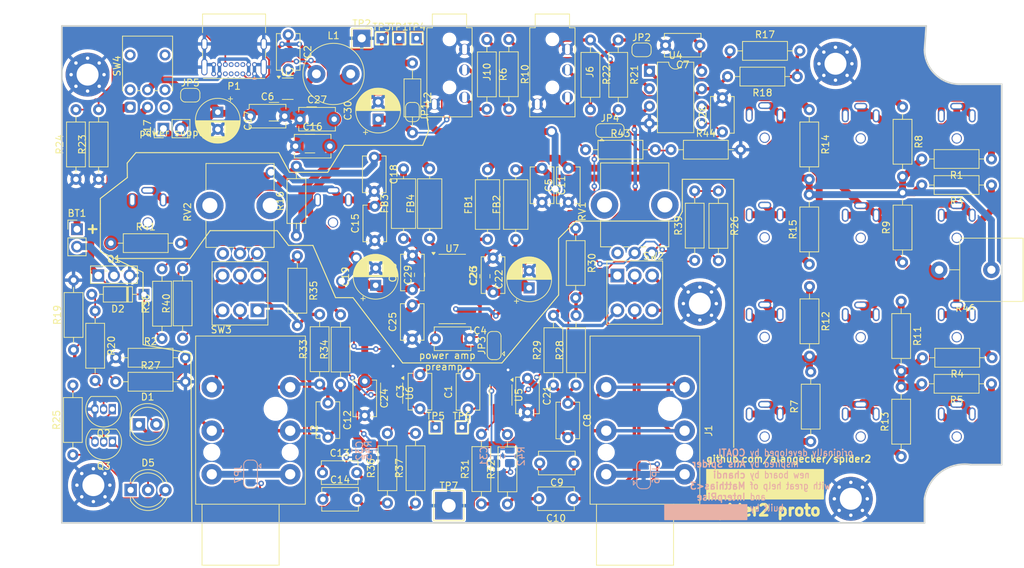
<source format=kicad_pcb>
(kicad_pcb (version 20240108) (generator "pcbnew") (generator_version "8.0")
  (layers (0 "F.Cu" signal) (31 "B.Cu" signal) (34 "B.Paste" user) (35 "F.Paste" user) (36 "B.SilkS" user "B.Silkscreen") (37 "F.SilkS" user "F.Silkscreen") (38 "B.Mask" user) (39 "F.Mask" user) (44 "Edge.Cuts" user))
  (net 0 "")
  (net 1 "/Preamp Interpreter/OUT")
  (net 2 "Net-(C5-Pad2)")
  (net 3 "/Preamp Interpreter/IN-")
  (net 4 "GND")
  (net 5 "/Preamp Interpreter/IN+")
  (net 6 "/Preamp Floor/IN-")
  (net 7 "/Preamp Floor/IN+")
  (net 8 "Net-(SW2A-B)")
  (net 9 "Net-(J3-PadS)")
  (net 10 "Net-(J4-PadS)")
  (net 11 "Net-(J5-PadS)")
  (net 12 "Net-(SW2B-B)")
  (net 13 "Net-(J7-PadS)")
  (net 14 "Net-(J8-PadS)")
  (net 15 "Net-(J9-PadS)")
  (net 16 "Net-(C11-Pad1)")
  (net 17 "Net-(J11-PadS)")
  (net 18 "Net-(J12-PadS)")
  (net 19 "Net-(J13-PadS)")
  (net 20 "Net-(J14-PadS)")
  (net 21 "Net-(J15-PadS)")
  (net 22 "Net-(J16-PadS)")
  (net 25 "Net-(Q2-C)")
  (net 26 "Net-(Q2-B)")
  (net 27 "Net-(SW3A-B)")
  (net 28 "Net-(SW3B-B)")
  (net 29 "Net-(D1-K)")
  (net 30 "Net-(U4B--)")
  (net 31 "Net-(J6-PadR1)")
  (net 32 "Net-(D2-A)")
  (net 33 "Net-(J6-PadT)")
  (net 34 "Net-(J10-PadR1)")
  (net 35 "Net-(J10-PadT)")
  (net 36 "Net-(R10-Pad1)")
  (net 37 "Net-(SW2A-A)")
  (net 38 "Net-(SW2B-A)")
  (net 39 "Net-(C9-Pad2)")
  (net 40 "Net-(U5-IN+)")
  (net 41 "Net-(C10-Pad2)")
  (net 42 "Net-(U5-IN-)")
  (net 43 "Net-(SW3A-A)")
  (net 44 "Net-(SW3B-A)")
  (net 45 "Net-(C13-Pad2)")
  (net 46 "Net-(U6-IN+)")
  (net 47 "Net-(C14-Pad2)")
  (net 48 "Net-(U6-IN-)")
  (net 49 "Net-(C15-Pad2)")
  (net 50 "Net-(U5-G2)")
  (net 52 "Net-(C18-Pad1)")
  (net 53 "Net-(U6-G2)")
  (net 55 "Net-(U7-+OUT_L)")
  (net 56 "INT_OUT")
  (net 57 "Net-(U7--OUT_L)")
  (net 58 "Net-(U7--OUT_R)")
  (net 59 "Net-(U7-+OUT_R)")
  (net 60 "/Preamp Floor/OUT")
  (net 61 "Net-(J19-PadS)")
  (net 62 "Net-(J20-PadS)")
  (net 63 "Net-(R26-Pad1)")
  (net 64 "Net-(R38-Pad1)")
  (net 65 "Net-(U5-G1)")
  (net 66 "Net-(U6-G1)")
  (net 67 "Net-(JP3-C)")
  (net 68 "Net-(Q3-E)")
  (net 71 "Net-(U7-INL)")
  (net 72 "Net-(BT1--)")
  (net 73 "Net-(P1-CC)")
  (net 74 "Net-(P1-VCONN)")
  (net 75 "Net-(JP2-B)")
  (net 76 "Net-(JP2-A)")
  (net 77 "Net-(BT1-+)")
  (net 78 "+3.3V")
  (net 79 "+3.3VA")
  (net 80 "VCC")
  (net 81 "Net-(U2-SW)")
  (net 82 "Net-(U2-BST)")
  (net 83 "VREF")
  (net 84 "Net-(JP4-C)")
  (net 85 "+BATT")
  (net 86 "Net-(JP4-B)")
  (net 87 "Net-(SW4B-C)")
  (net 89 "Net-(J17-Pin_2)")
  (net 90 "Net-(U5-BIAS)")
  (net 91 "Net-(U6-BIAS)")
  (net 92 "Net-(JP6-C)")
  (net 93 "Net-(JP7-C)")
  (net 94 "/Preamp Interpreter/BIAS")
  (net 95 "/Preamp Floor/BIAS")
  (net 96 "Net-(D5-K1)")
  (net 97 "Net-(D5-K2)")
  (footprint "Resistor_THT:R_Axial_DIN0207_L6.3mm_D2.5mm_P10.16mm_Horizontal" (layer "F.Cu") (at 171.975 64.135 -90)
    (property "Reference" "R35")
    (property "Value" "330-1%")
  )
  (footprint "Button_Switch_THT:SW_Push_2P2T_Vertical_E-Switch_800UDP8P1A1M6" (layer "F.Cu") (at 147.5994 42.4434 90)
    (property "Reference" "SW4")
    (property "Value" "200MDP3T1B1M6QE")
  )
  (footprint "Resistor_THT:R_Axial_DIN0207_L6.3mm_D2.5mm_P10.16mm_Horizontal" (layer "F.Cu") (at 273.16 50 180)
    (property "Reference" "R1")
    (property "Value" "15")
  )
  (footprint "Capacitor_SMD:C_0805_2012Metric_Pad1.18x1.45mm_HandSolder" (layer "F.Cu") (at 189.7888 66.9036 90)
    (property "Reference" "C29")
    (property "Value" "alt")
  )
  (footprint "Jumper:SolderJumper-2_P1.3mm_Bridged_RoundedPad1.0x1.5mm" (layer "F.Cu") (at 222.15 34.075)
    (property "Reference" "JP2")
    (property "Value" "SolderJumper_2_Bridged")
  )
  (footprint "custom:SW_PUSH_E-Switch_200MDPxTxBxM2" (layer "F.Cu") (at 221.16 69.54)
    (property "Reference" "SW2")
    (property "Value" "200MDP1T2B2M2")
  )
  (footprint "Capacitor_THT:C_Disc_D5.1mm_W3.2mm_P5.00mm" (layer "F.Cu") (at 230.65 33.4 180)
    (property "Reference" "C7")
    (property "Value" "100n")
  )
  (footprint "Resistor_THT:R_Axial_DIN0207_L6.3mm_D2.5mm_P10.16mm_Horizontal" (layer "F.Cu") (at 244.85 37.975 180)
    (property "Reference" "R18")
    (property "Value" "1k")
  )
  (footprint "Connector_USB:USB_C_Receptacle_GCT_USB4085" (layer "F.Cu") (at 165.725 37.575 180)
    (property "Reference" "P1")
    (property "Value" "USB4085")
  )
  (footprint "Inductor_THT:L_Axial_L7.0mm_D3.3mm_P10.16mm_Horizontal_Fastron_MICC" (layer "F.Cu") (at 187.452 61.595 90)
    (property "Reference" "FB3")
    (property "Value" "3A, >100 Ohm@100MHz")
  )
  (footprint "Package_TO_SOT_THT:TO-251-3_Vertical" (layer "F.Cu") (at 142.95 67)
    (property "Reference" "Q1")
    (property "Value" "AOI4286")
  )
  (footprint "Resistor_THT:R_Axial_DIN0207_L6.3mm_D2.5mm_P10.16mm_Horizontal" (layer "F.Cu") (at 273.25 79 180)
    (property "Reference" "R4")
    (property "Value" "15")
  )
  (footprint "Capacitor_THT:C_Disc_D5.1mm_W3.2mm_P5.00mm" (layer "F.Cu") (at 181.8 82.425 -90)
    (property "Reference" "C24")
    (property "Value" "100n")
  )
  (footprint "Capacitor_THT:C_Disc_D5.1mm_W3.2mm_P5.00mm" (layer "F.Cu") (at 207.645 51.3334 -90)
    (property "Reference" "C11")
    (property "Value" "220p")
  )
  (footprint "Capacitor_THT:C_Disc_D5.1mm_W3.2mm_P5.00mm" (layer "F.Cu") (at 196.85 86.475 90)
    (property "Reference" "C1")
    (property "Value" "470n")
  )
  (footprint "Capacitor_THT:C_Disc_D5.1mm_W3.2mm_P5.00mm" (layer "F.Cu") (at 211.4804 56.3372 90)
    (property "Reference" "C5")
    (property "Value" "220p")
  )
  (footprint "Resistor_THT:R_Axial_DIN0207_L6.3mm_D2.5mm_P10.16mm_Horizontal" (layer "F.Cu") (at 209.3 82.98 90)
    (property "Reference" "R29")
    (property "Value" "4.7k-0.1%")
  )
  (footprint "Diode_THT:D_DO-35_SOD27_P7.62mm_Horizontal" (layer "F.Cu") (at 149.62 69.75 180)
    (property "Reference" "D2")
    (property "Value" "6.2V")
  )
  (footprint "Resistor_THT:R_Axial_DIN0207_L6.3mm_D2.5mm_P10.16mm_Horizontal" (layer "F.Cu") (at 178.275 82.88 90)
    (property "Reference" "R34")
    (property "Value" "4.7k-0.1%")
  )
  (footprint "Resistor_THT:R_Axial_DIN0207_L6.3mm_D2.5mm_P10.16mm_Horizontal" (layer "F.Cu") (at 139.7 52.959 90)
    (property "Reference" "R24")
    (property "Value" "5.1k")
  )
  (footprint "Resistor_THT:R_Axial_DIN0207_L6.3mm_D2.5mm_P10.16mm_Horizontal" (layer "F.Cu") (at 202.8 32.55 -90)
    (property "Reference" "R10")
    (property "Value" "330-1%")
  )
  (footprint "Resistor_THT:R_Axial_DIN0207_L6.3mm_D2.5mm_P10.16mm_Horizontal" (layer "F.Cu") (at 233.35 54.675 -90)
    (property "Reference" "R26")
    (property "Value" "NC")
  )
  (footprint "Capacitor_THT:C_Disc_D5.1mm_W3.2mm_P5.00mm" (layer "F.Cu") (at 205.525 82 -90)
    (property "Reference" "C21")
    (property "Value" "100n")
  )
  (footprint "TestPoint:TestPoint_THTPad_2.5x2.5mm_Drill1.2mm" (layer "F.Cu") (at 181.356 32.385)
    (property "Reference" "TP2")
    (property "Value" "GND")
  )
  (footprint "custom:Jack_3.5mm_PJ359" (layer "F.Cu") (at 240.099112 88.1)
    (property "Reference" "J8" (hide yes))
    (property "Value" "PJ359")
  )
  (footprint "Capacitor_THT:C_Disc_D5.1mm_W3.2mm_P5.00mm" (layer "F.Cu") (at 189.85 86.45 90)
    (property "Reference" "C3")
    (property "Value" "470n")
  )
  (footprint "Capacitor_SMD:C_1210_3225Metric_Pad1.33x2.70mm_HandSolder" (layer "F.Cu") (at 174.0625 43.75 180)
    (property "Reference" "C35" (hide yes))
    (property "Value" "alt" (hide yes))
  )
  (footprint "Capacitor_THT:C_Disc_D5.1mm_W3.2mm_P5.00mm" (layer "F.Cu") (at 200.5 69.45 90)
    (property "Reference" "C23")
    (property "Value" "1u")
  )
  (footprint "Jumper:SolderJumper-3_P1.3mm_Bridged12_RoundedPad1.0x1.5mm" (layer "F.Cu") (at 200.66 77.216 90)
    (property "Reference" "JP3")
    (property "Value" "Mode")
  )
  (footprint "Resistor_THT:R_Axial_DIN0207_L6.3mm_D2.5mm_P10.16mm_Horizontal" (layer "F.Cu") (at 214.7 32.64 -90)
    (property "Reference" "R22")
    (property "Value" "330-1%")
  )
  (footprint "custom:Jack_3.5mm_PJ320A" (layer "F.Cu") (at 196.35 28.85 -90)
    (property "Reference" "J10")
    (property "Value" "PJ-320A")
  )
  (footprint "Connector_PinHeader_2.54mm:PinHeader_1x02_P2.54mm_Vertical" (layer "F.Cu") (at 152.4458 45.5676 90)
    (property "Reference" "J17")
    (property "Value" "A")
  )
  (footprint "Resistor_THT:R_Axial_DIN0207_L6.3mm_D2.5mm_P10.16mm_Horizontal" (layer "F.Cu") (at 189.2 100.2 90)
    (property "Reference" "R37")
    (property "Value" "4.7k-0.1%")
  )
  (footprint "Capacitor_THT:C_Disc_D5.1mm_W3.2mm_P5.00mm" (layer "F.Cu") (at 212.177 99.568 180)
    (property "Reference" "C10")
    (property "Value" "100n")
  )
  (footprint "Capacitor_THT:CP_Radial_D6.3mm_P2.50mm" (layer "F.Cu") (at 205.7654 68.8086 90)
    (property "Reference" "C22")
    (property "Value" "220u")
  )
  (footprint "Capacitor_THT:C_Disc_D5.1mm_W3.2mm_P5.00mm" (layer "F.Cu") (at 176.425 85.6 -90)
    (property "Reference" "C12")
    (property "Value" "1n")
  )
  (footprint "Capacitor_THT:C_Disc_D5.1mm_W3.2mm_P5.00mm" (layer "F.Cu") (at 233.934 46.061 90)
    (property "Reference" "C28")
    (property "Value" "100n")
  )
  (footprint "Inductor_THT:L_Axial_L7.0mm_D3.3mm_P10.16mm_Horizontal_Fastron_MICC" (layer "F.Cu") (at 191.262 61.595 90)
    (property "Reference" "FB4")
    (property "Value" "3A, >100 Ohm@100MHz")
  )
  (footprint "Resistor_THT:R_Axial_DIN0207_L6.3mm_D2.5mm_P10.16mm_Horizontal" (layer "F.Cu") (at 273.16 82.8 180)
    (property "Reference" "R5")
    (property "Value" "15")
  )
  (footprint "Resistor_THT:R_Axial_DIN0207_L6.3mm_D2.5mm_P10.16mm_Horizontal" (layer "F.Cu") (at 260.2 65.08 90)
    (property "Reference" "R9")
    (property "Value" "15")
  )
  (footprint "Connector_Audio:Jack_6.35mm_Neutrik_NRJ6HH_Horizontal" (layer "F.Cu") (at 228.43 83.3 -90)
    (property "Reference" "J1")
    (property "Value" "NRJ6HH")
  )
  (footprint "Resistor_THT:R_Axial_DIN0207_L6.3mm_D2.5mm_P10.16mm_Horizontal" (layer "F.Cu") (at 171.831 61.214 90)
    (property "Reference" "R16")
    (property "Value" "15")
  )
  (footprint "MountingHole:MountingHole_3.2mm_M3_Pad_Via" (layer "F.Cu") (at 250.419532 36.102461)
    (property "Reference" "REF**" (hide yes))
    (property "Value" "MountingHole_3.2mm_M3_Pad_Via")
  )
  (footprint "Connector_Audio:Jack_6.35mm_Neutrik_NRJ6HH_Horizontal" (layer "F.Cu") (at 170.93 83.3 -90)
    (property "Reference" "J2")
    (property "Value" "NRJ6HH")
  )
  (footprint "Resistor_THT:R_Axial_DIN0207_L6.3mm_D2.5mm_P10.16mm_Horizontal" (layer "F.Cu") (at 145.5 82.5)
    (property "Reference" "R27")
    (property "Value" "1k")
  )
  (footprint "Resistor_THT:R_Axial_DIN0207_L6.3mm_D2.5mm_P10.16mm_Horizontal" (layer "F.Cu") (at 212.55 60.1 -90)
    (property "Reference" "R30")
    (property "Value" "330-1%")
  )
  (footprint "Resistor_THT:R_Axial_DIN0207_L6.3mm_D2.5mm_P10.16mm_Horizontal" (layer "F.Cu") (at 260 70.75 -90)
    (property "Reference" "R11")
    (property "Value" "15")
  )
  (footprint "Resistor_THT:R_Axial_DIN0207_L6.3mm_D2.5mm_P10.16mm_Horizontal" (layer "F.Cu") (at 198.8 100.32 90)
    (property "Reference" "R31")
    (property "Value" "4.7k-0.1%")
  )
  (footprint "Capacitor_THT:C_Disc_D5.1mm_W3.2mm_P5.00mm" (layer "F.Cu") (at 165.1292 43.75)
    (property "Reference" "C6")
    (property "Value" "22u")
  )
  (footprint "TestPoint:TestPoint_THTPad_1.5x1.5mm_Drill0.7mm" (layer "F.Cu") (at 192.120004 89.159163)
    (property "Reference" "TP5")
    (property "Value" "Floor")
  )
  (footprint "Resistor_THT:R_Axial_DIN0207_L6.3mm_D2.5mm_P10.16mm_Horizontal" (layer "F.Cu") (at 260.2 42.4 -90)
    (property "Reference" "R8")
    (property "Value" "15")
  )
  (footprint "Inductor_THT:L_Axial_L7.0mm_D3.3mm_P10.16mm_Horizontal_Fastron_MICC" (layer "F.Cu") (at 203.8096 61.722 90)
    (property "Reference" "FB2")
    (property "Value" "3A, >100 Ohm@100MHz")
  )
  (footprint "Resistor_THT:R_Axial_DIN0207_L6.3mm_D2.5mm_P10.16mm_Horizontal" (layer "F.Cu") (at 235.065 34.225)
    (property "Reference" "R17")
    (property "Value" "1k")
  )
  (footprint "Resistor_THT:R_Axial_DIN0207_L6.3mm_D2.5mm_P10.16mm_Horizontal" (layer "F.Cu") (at 246.6 65.36 90)
    (property "Reference" "R15")
    (property "Value" "15")
  )
  (footprint "Capacitor_THT:CP_Radial_D6.3mm_P2.50mm" (layer "F.Cu") (at 183.75 44.18238 90)
    (property "Reference" "C30")
    (property "Value" "NC")
  )
  (footprint "Jumper:SolderJumper-2_P1.3mm_Bridged_RoundedPad1.0x1.5mm" (layer "F.Cu") (at 188.75 43.15 -90)
    (property "Reference" "JP1")
    (property "Value" "SolderJumper_2_Bridged")
  )
  (footprint "Package_SO:MSOP-10_3x3mm_P0.5mm" (layer "F.Cu") (at 201.65 84.4375 -90)
    (property "Reference" "U5")
    (property "Value" "MAX4062")
  )
  (footprint "Capacitor_SMD:C_1210_3225Metric_Pad1.33x2.70mm_HandSolder" (layer "F.Cu") (at 173.8125 47.75 180)
    (property "Reference" "C36" (hide yes))
    (property "Value" "alt" (hide yes))
  )
  (footprint "Capacitor_THT:C_Disc_D5.1mm_W3.2mm_P5.00mm" (layer "F.Cu") (at 197.1 76.225 180)
    (property "Reference" "C4")
    (property "Value" "1u")
  )
  (footprint "Resistor_THT:R_Axial_DIN0207_L6.3mm_D2.5mm_P10.16mm_Horizontal" (layer "F.Cu") (at 142.5 72.17 -90)
    (property "Reference" "R20")
    (property "Value" "47k")
  )
  (footprint "Resistor_THT:R_Axial_DIN0207_L6.3mm_D2.5mm_P10.16mm_Horizontal" (layer "F.Cu") (at 260 93.41 90)
    (property "Reference" "R13")
    (property "Value" "15")
  )
  (footprint "custom:Jack_3.5mm_PJ359" (layer "F.Cu") (at 240.1 59.033333)
    (property "Reference" "J16" (hide yes))
    (property "Value" "PJ359")
  )
  (footprint "MountingHole:MountingHole_3.2mm_M3_Pad_Via" (layer "F.Cu") (at 141.3946 37.6916)
    (property "Reference" "REF**" (hide yes))
    (property "Value" "MountingHole_3.2mm_M3_Pad_Via")
  )
  (footprint "Package_TO_SOT_THT:TO-92_Inline" (layer "F.Cu") (at 145.02 91.25 180)
    (property "Reference" "Q3")
    (property "Value" "BC547")
  )
  (footprint "Capacitor_THT:C_Disc_D5.1mm_W3.2mm_P5.00mm" (layer "F.Cu") (at 175.641 95.758)
    (property "Reference" "C13")
    (property "Value" "100n")
  )
  (footprint "custom:Jack_3.5mm_PJ359" (layer "F.Cu") (at 240.1 73.566666)
    (property "Reference" "J13" (hide yes))
    (property "Value" "PJ359")
  )
  (footprint "Resistor_THT:R_Axial_DIN0207_L6.3mm_D2.5mm_P10.16mm_Horizontal" (layer "F.Cu") (at 144.79 62.275)
    (property "Reference" "R41")
    (property "Value" "15")
  )
  (footprint "Resistor_THT:R_Axial_DIN0207_L6.3mm_D2.5mm_P10.16mm_Horizontal" (layer "F.Cu") (at 152.25 76.19 90)
    (property "Reference" "R38")
    (property "Value" "NC")
  )
  (footprint "custom:Jack_3.5mm_PJ359" (layer "F.Cu") (at 177.174065 56.868249)
    (property "Reference" "J19" (hide yes))
    (property "Value" "PJ359")
  )
  (footprint "Resistor_THT:R_Axial_DIN0207_L6.3mm_D2.5mm_P10.16mm_Horizontal" (layer "F.Cu") (at 143.002 52.959 90)
    (property "Reference" "R23")
    (property "Value" "5.1k")
  )
  (footprint "custom:Jack_3.5mm_PJ359" (layer "F.Cu") (at 268.1 44.6)
    (property "Reference" "J3" (hide yes))
    (property "Value" "PJ359")
  )
  (footprint "Capacitor_THT:C_Disc_D5.1mm_W3.2mm_P5.00mm" (layer "F.Cu") (at 183.261 61.8998 90)
    (property "Reference" "C15")
    (property "Value" "220p")
  )
  (footprint "Resistor_THT:R_Axial_Power_L25.0mm_W9.0mm_P7.62mm_Vertical" (layer "F.Cu") (at 273.1516 66.167 180)
    (property "Reference" "R46")
    (property "Value" "NC")
  )
  (footprint "TestPoint:TestPoint_THTPad_1.5x1.5mm_Drill0.7mm" (layer "F.Cu") (at 184.277 32.385)
    (property "Reference" "TP3")
    (property "Value" "V_in")
  )
  (footprint "Capacitor_THT:CP_Radial_D6.3mm_P2.50mm" (layer "F.Cu") (at 160.3756 43.1692 -90)
    (property "Reference" "C17")
    (property "Value" "NC")
  )
  (footprint "Potentiometer_THT:Potentiometer_Bourns_PTV09A-1_Single_Vertical" (layer "F.Cu") (at 166.117564 63.780906 90)
    (property "Reference" "RV2")
    (property "Value" "PTV09A-4025F-B104")
  )
  (footprint "Capacitor_THT:C_Disc_D5.1mm_W3.2mm_P5.00mm" (layer "F.Cu") (at 188.75 69.0626 90)
    (property "Reference" "C20")
    (property "Value" "1u")
  )
  (footprint "TestPoint:TestPoint_THTPad_1.5x1.5mm_Drill0.7mm" (layer "F.Cu") (at 186.817 32.385)
    (property "Reference" "TP1")
    (property "Value" "3.3V")
  )
  (footprint "TestPoint:TestPoint_THTPad_1.5x1.5mm_Drill0.7mm" (layer "F.Cu") (at 189.357 32.385)
    (property "Reference" "TP4")
    (property "Value" "3.3VA")
  )
  (footprint "MountingHole:MountingHole_3.2mm_M3_Pad_Via" (layer "F.Cu") (at 230.648714 71.100296)
    (property "Reference" "REF**" (hide yes))
    (property "Value" "MountingHole_3.2mm_M3_Pad_Via")
  )
  (footprint "custom:SW_PUSH_E-Switch_200MDPxTxBxM2" (layer "F.Cu") (at 163.6125 69.55 180)
    (property "Reference" "SW3")
    (property "Value" "200MDP1T2B2M2")
  )
  (footprint "Package_TO_SOT_THT:TO-92_Inline" (layer "F.Cu") (at 145 86.5 180)
    (property "Reference" "Q2")
    (property "Value" "BC547")
  )
  (footprint "Resistor_THT:R_Axial_DIN0207_L6.3mm_D2.5mm_P10.16mm_Horizontal" (layer "F.Cu") (at 145.5 79)
    (property "Reference" "R2")
    (property "Value" "1k")
  )
  (footprint "Resistor_THT:R_Axial_DIN0207_L6.3mm_D2.5mm_P10.16mm_Horizontal" (layer "F.Cu") (at 185.1 100.2 90)
    (property "Reference" "R36")
    (property "Value" "4.7k-0.1%")
  )
  (footprint "custom:Jack_3.5mm_PJ359" (layer "F.Cu") (at 268.1 73.6)
    (property "Reference" "J5" (hide yes))
    (property "Value" "PJ359")
  )
  (footprint "Connector_PinHeader_2.54mm:PinHeader_1x02_P2.54mm_Vertical" (layer "F.Cu") (at 139.85 60.25)
    (property "Reference" "BT1")
    (property "Value" "9V Block")
  )
  (footprint "Resistor_THT:R_Axial_DIN0207_L6.3mm_D2.5mm_P10.16mm_Horizontal" (layer "F.Cu") (at 175.225 82.835 90)
    (property "Reference" "R33")
    (property "Value" "4.7k-0.1%")
  )
  (footprint "Resistor_THT:R_Axial_DIN0207_L6.3mm_D2.5mm_P10.16mm_Horizontal" (layer "F.Cu") (at 246.6 42.8 -90)
    (property "Reference" "R14")
    (property "Value" "15")
  )
  (footprint "Resistor_THT:R_Axial_DIN0207_L6.3mm_D2.5mm_P10.16mm_Horizontal" (layer "F.Cu") (at 218.75 32.64 -90)
    (property "Reference" "R21")
    (property "Value" "330-1%")
  )
  (footprint "custom:Jack_3.5mm_PJ320A" (layer "F.Cu") (at 211.35 28.85 -90)
    (property "Reference" "J6")
    (property "Value" "PJ-320A")
  )
  (footprint "Capacitor_SMD:C_0805_2012Metric_Pad1.18x1.45mm_HandSolder" (layer "F.Cu") (at 199.3138 67.1029 90)
    (property "Reference" "C26")
    (property "Value" "alt")
  )
  (footprint "custom:Jack_3.5mm_PJ359" (layer "F.Cu") (at 268.1 59.1)
    (property "Reference" "J4" (hide yes))
    (property "Value" "PJ359")
  )
  (footprint "custom:Jack_3.5mm_PJ359" (layer "F.Cu") (at 240.1 44.5)
    (property "Reference" "J15" (hide yes))
    (property "Value" "PJ359")
  )
  (footprint "Package_DIP:DIP-8_W7.62mm" (layer "F.Cu") (at 223.3 37.205)
    (property "Reference" "U4")
    (property "Value" "NE5532")
  )
  (footprint "Resistor_THT:R_Axial_DIN0207_L6.3mm_D2.5mm_P10.16mm_Horizontal" (layer "F.Cu") (at 273.16 53.8 180)
    (property "Reference" "R3")
    (property "Value" "15")
  )
  (footprint "Resistor_THT:R_Axial_DIN0207_L6.3mm_D2.5mm_P10.16mm_Horizontal" (layer "F.Cu") (at 246.8118 91.2114 90)
    (property "Reference" "R7")
    (property "Value" "15")
  )
  (footprint "Capacitor_THT:C_Disc_D5.1mm_W3.2mm_P5.00mm" (layer "F.Cu") (at 188.722 76.2762 90)
    (property "Reference" "C25")
    (property "Value" "1u")
  )
  (footprint "Resistor_THT:R_Axial_DIN0207_L6.3mm_D2.5mm_P10.16mm_Horizontal" (layer "F.Cu") (at 213.995 48.641)
    (property "Reference" "R43")
    (property "Value" "NC")
  )
  (footprint "custom:Jack_3.5mm_PJ359" (layer "F.Cu") (at 254.1 59.1)
    (property "Reference" "J11" (hide yes))
    (property "Value" "PJ359")
  )
  (footprint "custom:Jack_3.5mm_PJ359" (layer "F.Cu") (at 254.1 73.6)
    (property "Reference" "J12" (hide yes))
    (property "Value" "PJ359")
  )
  (footprint "custom:Jack_3.5mm_PJ359" (layer "F.Cu") (at 254.1 44.6)
    (property "Reference" "J9" (hide yes))
    (property "Value" "PJ359")
  )
  (footprint "Resistor_THT:R_Axial_DIN0207_L6.3mm_D2.5mm_P10.16mm_Horizontal" (layer "F.Cu") (at 212.6 82.985 90)
    (property "Reference" "R28")
    (property "Value" "4.7k-0.1%")
  )
  (footprint "Resistor_THT:R_Axial_DIN0207_L6.3mm_D2.5mm_P10.16mm_Horizontal" (layer "F.Cu") (at 202.6 100.36 90)
    (property "Reference" "R32")
    (property "Value" "4.7k-0.1%")
  )
  (footprint "Capacitor_THT:C_Disc_D5.1mm_W3.2mm_P5.00mm" (layer "F.Cu") (at 172.3476 44.196)
    (property "Reference" "C27")
    (property "Value" "22u")
  )
  (footprint "Capacitor_THT:C_Disc_D5.1mm_W3.2mm_P5.00mm" (layer "F.Cu") (at 183.1848 49.7332 -90)
    (property "Reference" "C18")
    (property "Value" "220p")
  )
  (footprint "custom:Jack_3.5mm_PJ359" (layer "F.Cu") (at 150.165198 56.869712)
    (property "Reference" "J20" (hide yes))
    (property "Value" "PJ359")
  )
  (footprint "Capacitor_SMD:C_1210_3225Metric_Pad1.33x2.70mm_HandSolder" (layer "F.Cu") (at 168.5625 43.098862)
    (property "Reference" "C33" (hide yes))
    (property "Value" "alt" (hide yes))
  )
  (footprint "MountingHole:MountingHole_3.2mm_M3_Pad_Via" (layer "F.Cu") (at 252.654637 99.578892)
    (property "Reference" "REF**" (hide yes))
    (property "Value" "MountingHole_3.2mm_M3_Pad_Via")
  )
  (footprint "TestPoint:TestPoint_THTPad_4.0x4.0mm_Drill2.0mm" (layer "F.Cu") (at 194.056 100.584)
    (property "Reference" "TP7")
    (property "Value" "GND")
  )
  (footprint "custom:Jack_3.5mm_PJ359" (layer "F.Cu") (at 254.099112 88.1)
    (property "Reference" "J14" (hide yes))
    (property "Value" "PJ359")
  )
  (footprint "custom:Jack_3.5mm_PJ359" (layer "F.Cu") (at 268.1 88.1)
    (property "Reference" "J7" (hide yes))
    (property "Value" "PJ359")
  )
  (footprint "Capacitor_THT:C_Disc_D5.1mm_W3.2mm_P5.00mm" (layer "F.Cu") (at 175.7 99.65)
    (property "Reference" "C14")
    (property "Value" "100n")
  )
  (footprint "Inductor_THT:L_Axial_L5.3mm_D2.2mm_P10.16mm_Horizontal_Vishay_IM-1" (layer "F.Cu") (at 188.75 36 -90)
    (property "Reference" "L2")
    (property "Value" "NC")
  )
  (footprint "Capacitor_THT:C_Disc_D5.1mm_W3.2mm_P5.00mm" (layer "F.Cu") (at 170.641261 31.877 -90)
    (property "Reference" "C2")
    (property "Value" "100n")
  )
  (footprint "Resistor_THT:R_Axial_DIN0207_L6.3mm_D2.5mm_P10.16mm_Horizontal" (layer "F.Cu") (at 139.25 93.16 90)
    (property "Reference" "R25")
    (property "Value" "1k")
  )
  (footprint "MountingHole:MountingHole_3.2mm_M3_Pad_Via" (layer "F.Cu") (at 142.24 97.59)
    (property "Reference" "REF**" (hide yes))
    (property "Value" "MountingHole_3.2mm_M3_Pad_Via")
  )
  (footprint "Capacitor_THT:C_Disc_D5.1mm_W3.2mm_P5.00mm" (layer "F.Cu") (at 171.704 48.133)
    (property "Reference" "C16")
    (property "Value" "22u")
  )
  (footprint "TestPoint:TestPoint_THTPad_1.5x1.5mm_Drill0.7mm" (layer "F.Cu") (at 195.961 89.154)
    (property "Reference" "TP6")
    (property "Value" "Int.")
  )
  (footprint "Jumper:SolderJumper-3_P1.3mm_Bridged12_RoundedPad1.0x1.5mm" (layer "F.Cu") (at 217.551 45.847)
    (property "Reference" "JP4")
    (property "Value" "SolderJumper_3_Bridged12")
  )
  (footprint "LED_THT:LED_D5.0mm_FlatTop" (layer "F.Cu") (at 148.875 88.725)
    (property "Reference" "D1")
    (property "Value" "YELLOW")
  )
  (footprint "Resistor_THT:R_Axial_DIN0207_L6.3mm_D2.5mm_P10.16mm_Horizontal" (layer "F.Cu") (at 199.6 32.57 -90)
    (property "Reference" "R6")
    (property "Value" "330-1%")
  )
  (footprint "Resistor_THT:R_Axial_DIN0207_L6.3mm_D2.5mm_P10.16mm_Horizontal" (layer "F.Cu") (at 229.9 64.8 90)
    (property "Reference" "R39")
    (property "Value" "15")
  )
  (footprint "Package_SO:SOP-16_3.9x9.9mm_P1.27mm" (layer "F.Cu") (at 194.55 68.965)
    (property "Reference" "U7")
    (property "Value" "PAM8406D")
  )
  (footprint "Capacitor_THT:C_Disc_D5.1mm_W3.2mm_P5.00mm" (layer "F.Cu") (at 212.304 94.361 180)
    (property "Reference" "C9")
    (property "Value" "100n")
  )
  (footprint "Potentiometer_THT:Potentiometer_Bourns_PTV09A-1_Single_Vertical" (layer "F.Cu") (at 223.64993 63.7 90)
    (property "Reference" "RV1")
    (property "Value" "PTV09A-4025F-B104")
  )
  (footprint "Inductor_THT:L_Axial_L7.0mm_D3.3mm_P10.16mm_Horizontal_Fastron_MICC" (layer "F.Cu") (at 199.6948 61.722 90)
    (property "Reference" "FB1")
    (property "Value" "3A, >100 Ohm@100MHz")
  )
  (footprint "Package_TO_SOT_SMD:TSOT-23-6" (layer "F.Cu") (at 170.5701 39.75)
    (property "Reference" "U2")
    (property "Value" "AP63203WU")
  )
  (footprint "Resistor_THT:R_Axial_DIN0207_L6.3mm_D2.5mm_P10.16mm_Horizontal" (layer "F.Cu") (at 246.634 68.6054 -90)
    (property "Reference" "R12")
    (property "Value" "15")
  )
  (footprint "Inductor_THT:L_Radial_D8.7mm_P5.00mm_Fastron_07HCP" (layer "F.Cu") (at 174.752 37.592)
    (property "Reference" "L1")
    (property "Value" "4.7uH, >2A, <100mOhm")
  )
  (footprint "Resistor_THT:R_Axial_DIN0207_L6.3mm_D2.5mm_P10.16mm_Horizontal" (layer "F.Cu") (at 155.25 76.15 90)
    (property "Reference" "R40")
    (property "Value" "15")
  )
  (footprint "LED_THT:LED_D5.0mm-3" (layer "F.Cu") (at 147.67 98.3)
    (property "Reference" "D5")
    (property "Value" "Red, Green")
  )
  (footprint "Resistor_THT:R_Axial_DIN0207_L6.3mm_D2.5mm_P10.16mm_Horizontal" (layer "F.Cu") (at 226.441 48.641)
    (property "Reference" "R44")
    (property "Value" "NC")
  )
  (footprint "Resistor_THT:R_Axial_DIN0207_L6.3mm_D2.5mm_P10.16mm_Horizontal" (layer "F.Cu") (at 139.35 77.84 90)
    (property "Reference" "R19")
    (property "Value" "47k")
  )
  (footprint "Jumper:SolderJumper-2_P1.3mm_Bridged_RoundedPad1.0x1.5mm" (layer "F.Cu") (at 156.3624 40.6908)
    (property "Reference" "JP5")
    (property "Value" "Jumper_2_Bridged")
  )
  (footprint "Capacitor_THT:C_Disc_D5.1mm_W3.2mm_P5.00mm" (layer "F.Cu") (at 211.4 85.65 -90)
    (property "Reference" "C8")
    (property "Value" "1n")
  )
  (footprint "Capacitor_THT:CP_Radial_D6.3mm_P2.50mm" (layer "F.Cu") (at 183.388 68.4276 90)
    (property "Reference" "C19")
    (property "Value" "220u")
  )
  (footprint "Package_SO:MSOP-10_3x3mm_P0.5mm" (layer "F.Cu") (at 185.725 84.175 -90)
    (property "Reference" "U6")
    (property "Value" "MAX4062")
  )
  (footprint "Resistor_SMD:R_0805_2012Metric_Pad1.20x1.40mm_HandSolder" (layer "B.Cu") (at 180.6448 92.5162 90)
    (property "Reference" "R45")
    (property "Value" "NC")
  )
  (footprint "Resistor_SMD:R_0805_2012Metric_Pad1.20x1.40mm_HandSolder" (layer "B.Cu") (at 202.946 93.3743 90)
    (property "Reference" "R42")
    (property "Value" "NC")
  )
  (footprint "Jumper:SolderJumper-3_P1.3mm_Bridged12_RoundedPad1.0x1.5mm" (layer "B.Cu") (at 222.4532 96.0628 90)
    (property "Reference" "JP6")
    (property "Value" "SolderJumper_3_Bridged12")
  )
  (footprint "Capacitor_SMD:C_0805_2012Metric_Pad1.18x1.45mm_HandSolder" (layer "B.Cu") (at 182.7276 92.5537 -90)
    (property "Reference" "C32")
    (property "Value" "NC")
  )
  (footprint "Capacitor_SMD:C_0805_2012Metric_Pad1.18x1.45mm_HandSolder" (layer "B.Cu") (at 200.8378 93.3958 -90)
    (property "Reference" "C31")
    (property "Value" "NC")
  )
  (footprint "Jumper:SolderJumper-3_P1.3mm_Bridged12_RoundedPad1.0x1.5mm" (layer "B.Cu") (at 165.1508 95.982 -90)
    (property "Reference" "JP7")
    (property "Value" "SolderJumper_3_Bridged12")
  )
  (gr_rect (start 225.5266 100.4316) (end 237.5027 102.616) (stroke (width 0.15)) (fill solid) (layer "B.SilkS"))
  (gr_line (start 227.33 59.055) (end 228.092 57.658) (stroke (width 0.15)) (layer "F.SilkS"))
  (gr_line (start 201.803 79.756) (end 210.058 69.85) (stroke (width 0.15)) (layer "F.SilkS"))
  (gr_line (start 228.092 57.658) (end 228.092 52.959) (stroke (width 0.15)) (layer "F.SilkS"))
  (gr_line (start 212.598 59.055) (end 210.058 61.595) (stroke (width 0.15)) (layer "F.SilkS"))
  (gr_line (start 187.325 79.756) (end 201.803 79.756) (stroke (width 0.15)) (layer "F.SilkS"))
  (gr_line (start 156.464 78.359) (end 149.479 77.089) (stroke (width 0.15)) (layer "F.SilkS"))
  (gr_line (start 169.2656 49.0728) (end 170.815 51.943) (stroke (width 0.15)) (layer "F.SilkS"))
  (gr_line (start 169.037 60.452) (end 170.688 62.611) (stroke (width 0.15)) (layer "F.SilkS"))
  (gr_line (start 143.256 59.436) (end 143.256 55.753) (stroke (width 0.15)) (layer "F.SilkS"))
  (gr_line (start 176.403 51.943) (end 178.816 48.006) (stroke (width 0.15)) (layer "F.SilkS"))
  (gr_line (start 174.244 62.611) (end 177.546 70.231) (stroke (width 0.15)) (layer "F.SilkS"))
  (gr_line (start 212.598 59.055) (end 227.33 59.055) (stroke (width 0.15)) (layer "F.SilkS"))
  (gr_line (start 145.415 64.516) (end 156.337 64.516) (stroke (width 0.15)) (layer "F.SilkS"))
  (gr_line (start 149.479 77.089) (end 149.479 66.548) (stroke (width 0.15)) (layer "F.SilkS"))
  (gr_line (start 190.246 48.006) (end 191.135 45.847) (stroke (width 0.15)) (layer "F.SilkS"))
  (gr_line (start 170.815 51.943) (end 176.403 51.943) (stroke (width 0.15)) (layer "F.SilkS"))
  (gr_line (start 143.256 63.5) (end 143.256 59.436) (stroke (width 0.15)) (layer "F.SilkS"))
  (gr_line (start 148.4376 49.0728) (end 169.2656 49.0728) (stroke (width 0.15)) (layer "F.SilkS"))
  (gr_line (start 143.256 55.753) (end 147.193 52.705) (stroke (width 0.15)) (layer "F.SilkS"))
  (gr_line (start 180.086 70.231) (end 187.325 79.756) (stroke (width 0.15)) (layer "F.SilkS"))
  (gr_line (start 210.058 69.85) (end 210.058 61.595) (stroke (width 0.15)) (layer "F.SilkS"))
  (gr_line (start 191.135 45.847) (end 190.85 43.85) (stroke (width 0.15)) (layer "F.SilkS"))
  (gr_line (start 235.585 52.959) (end 235.585 92.075) (stroke (width 0.15)) (layer "F.SilkS"))
  (gr_rect (start 231.6695 95.33) (end 248.6445 99.58) (stroke (width 0.2)) (fill solid) (layer "F.SilkS"))
  (gr_line (start 156.337 64.516) (end 159.258 60.452) (stroke (width 0.15)) (layer "F.SilkS"))
  (gr_line (start 147.193 52.705) (end 147.1676 50.5968) (stroke (width 0.15)) (layer "F.SilkS"))
  (gr_line (start 147.1676 50.5968) (end 148.4376 49.0728) (stroke (width 0.15)) (layer "F.SilkS"))
  (gr_line (start 178.816 48.006) (end 190.246 48.006) (stroke (width 0.15)) (layer "F.SilkS"))
  (gr_line (start 156.591 102.87) (end 156.464 78.359) (stroke (width 0.15)) (layer "F.SilkS"))
  (gr_line (start 170.688 62.611) (end 174.244 62.611) (stroke (width 0.15)) (layer "F.SilkS"))
  (gr_line (start 159.258 60.452) (end 169.037 60.452) (stroke (width 0.15)) (layer "F.SilkS"))
  (gr_line (start 228.092 52.959) (end 235.585 52.959) (stroke (width 0.15)) (layer "F.SilkS"))
  (gr_line (start 177.546 70.231) (end 180.086 70.231) (stroke (width 0.15)) (layer "F.SilkS"))
  (gr_line (start 149.479 66.548) (end 143.256 63.5) (stroke (width 0.15)) (layer "F.SilkS"))
  (gr_arc (start 268.6446 39.0916) (mid 264.984066 37.678911) (end 263.3946 34.0916) (stroke (width 0.254)) (layer "Edge.Cuts"))
  (gr_line (start 263.3946 103.0916) (end 263.3946 99.5916) (stroke (width 0.254)) (layer "Edge.Cuts"))
  (gr_line (start 270.1446 94.5916) (end 274.6446 94.5916) (stroke (width 0.254)) (layer "Edge.Cuts"))
  (gr_line (start 137.6446 103.0916) (end 263.3946 103.0916) (stroke (width 0.254)) (layer "Edge.Cuts"))
  (gr_line (start 274.6446 94.5916) (end 274.6446 39.0916) (stroke (width 0.254)) (layer "Edge.Cuts"))
  (gr_line (start 137.6446 30.5916) (end 263.6446 30.5916) (stroke (width 0.254)) (layer "Edge.Cuts"))
  (gr_arc (start 263.3946 99.5916) (mid 265.734067 95.693629) (end 270.144601 94.591601) (stroke (width 0.254)) (layer "Edge.Cuts"))
  (gr_line (start 137.6446 30.5916) (end 137.6446 103.0916) (stroke (width 0.254)) (layer "Edge.Cuts"))
  (gr_line (start 263.6446 30.5916) (end 263.3946 34.0916) (stroke (width 0.254)) (layer "Edge.Cuts"))
  (gr_line (start 268.6446 39.0916) (end 274.6446 39.0916) (stroke (width 0.254)) (layer "Edge.Cuts"))
  (gr_text "COATI\nAlis Spider\nchandi\nMatthias<3\nInterpRise" (at 237.4138 99.8982 0) (layer "B.SilkS") (effects (font (size 1 0.95) (thickness 0.2) (bold yes)) (justify left bottom mirror)))
  (gr_text "originally developed by\ninspired by\nnew board by\nwith great help of\nand\nbuilt by\n" (at 237.8456 101.4984 0) (layer "B.SilkS") (effects (font (size 1 0.85)) (justify right bottom mirror)))
  (gr_text "github.com/alangecker/spider2" (at 231.477 94.35 0) (layer "F.SilkS") (effects (font (size 1 1) (thickness 0.2)) (justify left bottom)))
  (gr_text "+" (at 141 61 0) (layer "F.SilkS") (effects (font (size 1.5 1.5) (thickness 0.3) (bold yes)) (justify left bottom)))
  (gr_text "preamp\n" (at 190.47458 80.895137 0) (layer "F.SilkS") (effects (font (size 1 1)) (justify left bottom)))
  (gr_text "power supply" (at 148.844 46.736 0) (layer "F.SilkS") (effects (font (size 1 1)) (justify left bottom)))
  (gr_text "power amp\n" (at 189.611 79.248 0) (layer "F.SilkS") (effects (font (size 1 1)) (justify left bottom)))
  (gr_text "spider2 proto" (at 240.067 102.2 0) (layer "F.SilkS") (effects (font (size 1.6 1.6) (thickness 0.4)) (justify bottom)))
  (segment (start 199.2122 85.0138) (end 197.751 86.475) (width 0.25) (layer "F.Cu") (net 1))
  (segment (start 200.244238 80.8375) (end 199.8 81.281738) (width 0.25) (layer "F.Cu") (net 1))
  (segment (start 197.751 86.475) (end 196.85 86.475) (width 0.25) (layer "F.Cu") (net 1))
  (segment (start 199.8 81.281738) (end 199.8 83.1052) (width 0.25) (layer "F.Cu") (net 1))
  (segment (start 199.2122 83.693) (end 199.2122 85.0138) (width 0.25) (layer "F.Cu") (net 1))
  (segment (start 199.8 83.1052) (end 199.2122 83.693) (width 0.25) (layer "F.Cu") (net 1))
  (segment (start 201.055762 80.8375) (end 200.244238 80.8375) (width 0.25) (layer "F.Cu") (net 1))
  (segment (start 201.65 81.431738) (end 201.055762 80.8375) (width 0.25) (layer "F.Cu") (net 1))
  (segment (start 201.65 82.325) (end 201.65 81.431738) (width 0.25) (layer "F.Cu") (net 1))
  (segment (start 196.85 86.475) (end 196.85 88.265) (width 0.25) (layer "B.Cu") (net 1))
  (segment (start 196.85 88.265) (end 195.961 89.154) (width 0.25) (layer "B.Cu") (net 1))
  (segment (start 241.5 72.666666) (end 240.1 71.266666) (width 1) (layer "F.Cu") (net 2))
  (segment (start 262.001 85.55) (end 254.349112 85.55) (width 1) (layer "F.Cu") (net 2))
  (segment (start 256.35 58.2) (end 257.95 56.6) (width 1) (layer "F.Cu") (net 2))
  (segment (start 254.1 43.588) (end 254.1 42.3) (width 1) (layer "F.Cu") (net 2))
  (segment (start 261.508 63.358) (end 261.9525 63.8025) (width 1) (layer "F.Cu") (net 2))
  (segment (start 242.35 46.629899) (end 242.35 43.6) (width 1) (layer "F.Cu") (net 2))
  (segment (start 242.35 72.666666) (end 241.5 72.666666) (width 1) (layer "F.Cu") (net 2))
  (segment (start 260.83 66.52) (end 260.2585 67.0915) (width 1) (layer "F.Cu") (net 2))
  (segment (start 261.9525 63.8025) (end 261.9525 65.3975) (width 1) (layer "F.Cu") (net 2))
  (segment (start 242.35 58.133333) (end 241.5 58.133333) (width 1) (layer "F.Cu") (net 2))
  (segment (start 268.95 85.8) (end 270.35 87.2) (width 1) (layer "F.Cu") (net 2))
  (segment (start 252.346168 85.55) (end 243.999112 85.55) (width 1) (layer "F.Cu") (net 2))
  (segment (start 263.921 65.771) (end 261.508 63.358) (width 1) (layer "F.Cu") (net 2))
  (segment (start 242.35 43.6) (end 243.498 43.6) (width 1) (layer "F.Cu") (net 2))
  (segment (start 268.1 71.3) (end 268.1 69.95) (width 1) (layer "F.Cu") (net 2))
  (segment (start 268.1 69.95) (end 263.921 65.771) (width 1) (layer "F.Cu") (net 2))
  (segment (start 257.95 56.6) (end 267.9 56.6) (width 1) (layer "F.Cu") (net 2))
  (segment (start 243.498 43.6) (end 245.198 45.3) (width 1) (layer "F.Cu") (net 2))
  (segment (start 261.508 63.358) (end 256.35 58.2) (width 1) (layer "F.Cu") (net 2))
  (segment (start 268.1 56.8) (end 268.95 56.8) (width 1) (layer "F.Cu") (net 2))
  (segment (start 236.982 51.3372) (end 246.634 51.3372) (width 1) (layer "F.Cu") (net 2))
  (segment (start 248.6372 51.3372) (end 254.1 56.8) (width 1) (layer "F.Cu") (net 2))
  (segment (start 240.95 42.2) (end 242.35 43.6) (width 1) (layer "F.Cu") (net 2))
  (segment (start 246.634 51.3372) (end 247.02781 51.3372) (width 1) (layer "F.Cu") (net 2))
  (segment (start 261.9525 65.3975) (end 260.83 66.52) (width 1) (layer "F.Cu") (net 2))
  (segment (start 255.5 72.7) (end 254.1 71.3) (width 1) (layer "F.Cu") (net 2))
  (segment (start 264.541 83.30961) (end 264.541 66.391) (width 1) (layer "F.Cu") (net 2))
  (segment (start 248.05 56.75) (end 246.666667 58.133333) (width 1) (layer "F.Cu") (net 2))
  (segment (start 268.95 42.3) (end 270.35 43.7) (width 1) (layer "F.Cu") (net 2))
  (segment (start 201.3458 49.911) (end 207.01679 49.911) (width 1) (layer "F.Cu") (net 2))
  (segment (start 254.1 56.8) (end 254.95 56.8) (width 1) (layer "F.Cu") (net 2))
  (segment (start 246.666667 58.133333) (end 241.5 58.133333) (width 1) (layer "F.Cu") (net 2))
  (segment (start 267.9 56.6) (end 268.1 56.8) (width 1) (layer "F.Cu") (net 2))
  (segment (start 254.349112 85.55) (end 254.099112 85.8) (width 1) (layer "F.Cu") (net 2))
  (segment (start 207.01679 49.911) (end 207.04439 49.8834) (width 1) (layer "F.Cu") (net 2))
  (segment (start 267.85 85.55) (end 262.001 85.55) (width 1) (layer "F.Cu") (net 2))
  (segment (start 262.30061 85.55) (end 264.541 83.30961) (width 1) (layer "F.Cu") (net 2))
  (segment (start 266.326346 45.3) (end 268.1 43.526346) (width 1) (layer "F.Cu") (net 2))
  (segment (start 248.05 52.35939) (end 248.05 56.75) (width 1) (layer "F.Cu") (net 2))
  (segment (start 236.982 51.3372) (end 237.642699 51.3372) (width 1) (layer "F.Cu") (net 2))
  (segment (start 210.0266 49.8834) (end 211.4804 51.3372) (width 1) (layer "F.Cu") (net 2))
  (segment (start 240.1 42.2) (end 240.95 42.2) (width 1) (layer "F.Cu") (net 2))
  (segment (start 254.95 56.8) (end 256.35 58.2) (width 1) (layer "F.Cu") (net 2))
  (segment (start 254.949112 85.8) (end 256.349112 87.2) (width 1) (layer "F.Cu") (net 2))
  (segment (start 268.1 85.8) (end 268.95 85.8) (width 1) (layer "F.Cu") (net 2))
  (segment (start 256.35 43.7) (end 257.95 45.3) (width 1) (layer "F.Cu") (net 2))
  (segment (start 256.35 43.7) (end 255.5 43.7) (width 1) (layer "F.Cu") (net 2))
  (segment (start 255.5 43.7) (end 254.1 42.3) (width 1) (layer "F.Cu") (net 2))
  (segment (start 199.6948 51.562) (end 201.3458 49.911) (width 1) (layer "F.Cu") (net 2))
  (segment (start 240.949112 85.8) (end 240.099112 85.8) (width 1) (layer "F.Cu") (net 2))
  (segment (start 247.02781 51.3372) (end 248.05 52.35939) (width 1) (layer "F.Cu") (net 2))
  (segment (start 242.349112 87.2) (end 240.949112 85.8) (width 1) (layer "F.Cu") (net 2))
  (segment (start 244.275166 67.0915) (end 240.1 71.266666) (width 1) (layer "F.Cu") (net 2))
  (segment (start 268.95 56.8) (end 270.35 58.2) (width 1) (layer "F.Cu") (net 2))
  (segment (start 260.83 66.52) (end 256.05 71.3) (width 1) (layer "F.Cu") (net 2))
  (segment (start 262.001 85.55) (end 262.30061 85.55) (width 1) (layer "F.Cu") (net 2))
  (segment (start 241.5 58.133333) (end 240.1 56.733333) (width 1) (layer "F.Cu") (net 2))
  (segment (start 256.35 72.7) (end 255.5 72.7) (width 1) (layer "F.Cu") (net 2))
  (segment (start 254.099112 85.8) (end 252.596168 85.8) (width 1) (layer "F.Cu") (net 2))
  (segment (start 270.35 72.7) (end 269.5 72.7) (width 1) (layer "F.Cu") (net 2))
  (segment (start 207.04439 49.8834) (end 210.0266 49.8834) (width 1) (layer "F.Cu") (net 2))
  (segment (start 246.634 51.3372) (end 248.6372 51.3372) (width 1) (layer "F.Cu") (net 2))
  (segment (start 252.388 45.3) (end 254.1 43.588) (width 1) (layer "F.Cu") (net 2))
  (segment (start 256.05 71.3) (end 254.1 71.3) (width 1) (layer "F.Cu") (net 2))
  (segment (start 268.1 42.3) (end 268.95 42.3) (width 1) (layer "F.Cu") (net 2))
  (segment (start 268.1 43.526346) (end 268.1 42.3) (width 1) (layer "F.Cu") (net 2))
  (segment (start 260.2585 67.0915) (end 244.275166 67.0915) (width 1) (layer "F.Cu") (net 2))
  (segment (start 257.95 45.3) (end 266.326346 45.3) (width 1) (layer "F.Cu") (net 2))
  (segment (start 254.099112 85.8) (end 254.949112 85.8) (width 1) (layer "F.Cu") (net 2))
  (segment (start 211.4804 51.3372) (end 236.982 51.3372) (width 1) (layer "F.Cu") (net 2))
  (segment (start 245.198 45.3) (end 252.388 45.3) (width 1) (layer "F.Cu") (net 2))
  (segment (start 237.642699 51.3372) (end 242.35 46.629899) (width 1) (layer "F.Cu") (net 2))
  (segment (start 269.5 72.7) (end 268.1 71.3) (width 1) (layer "F.Cu") (net 2))
  (segment (start 268.1 85.8) (end 267.85 85.55) (width 1) (layer "F.Cu") (net 2))
  (segment (start 252.596168 85.8) (end 252.346168 85.55) (width 1) (layer "F.Cu") (net 2))
  (segment (start 243.999112 85.55) (end 242.349112 87.2) (width 1) (layer "F.Cu") (net 2))
  (segment (start 264.541 66.391) (end 263.921 65.771) (width 1) (layer "F.Cu") (net 2))
  (segment (start 226.30868 89.65) (end 224.3 87.64132) (width 0.5) (layer "F.Cu") (net 3))
  (segment (start 225.298 72.08) (end 223.7 72.08) (width 0.5) (layer "F.Cu") (net 3))
  (segment (start 217 89.65) (end 212.4 89.65) (width 0.5) (layer "F.Cu") (net 3))
  (segment (start 210.15 89.4) (end 210.15 83.83) (width 0.5) (layer "F.Cu") (net 3))
  (segment (start 224.3 87.64132) (end 224.3 85.621573) (width 0.5) (layer "F.Cu") (net 3))
  (segment (start 212.4 89.65) (end 211.4 90.65) (width 0.5) (layer "F.Cu") (net 3))
  (segment (start 211.4 90.65) (end 210.15 89.4) (width 0.5) (layer "F.Cu") (net 3))
  (segment (start 210.15 83.83) (end 209.3 82.98) (width 0.5) (layer "F.Cu") (net 3))
  (segment (start 226.06 72.842) (end 225.298 72.08) (width 0.5) (layer "F.Cu") (net 3))
  (segment (start 224.3 85.621573) (end 226.06 83.861573) (width 0.5) (layer "F.Cu") (net 3))
  (segment (start 226.06 83.861573) (end 226.06 72.842) (width 0.5) (layer "F.Cu") (net 3))
  (segment (start 228.43 89.65) (end 226.30868 89.65) (width 0.5) (layer "F.Cu") (net 3))
  (segment (start 217 89.65) (end 228.43 89.65) (width 0.5) (layer "B.Cu") (net 3))
  (segment (start 172.3476 44.196) (end 171.8 43.6484) (width 1) (layer "F.Cu") (net 4))
  (segment (start 202.15 86.55) (end 202.15 87.448288) (width 0.25) (layer "F.Cu") (net 4))
  (segment (start 171.9016 43.75) (end 172.3476 44.196) (width 1) (layer "F.Cu") (net 4))
  (segment (start 186.225 82.0625) (end 186.225 80.525) (width 0.25) (layer "F.Cu") (net 4))
  (segment (start 172.3476 42.8116) (end 171.7076 42.1716) (width 1) (layer "F.Cu") (net 4))
  (segment (start 170.1292 43.75) (end 171.9016 43.75) (width 1) (layer "F.Cu") (net 4))
  (segment (start 199.16 65.79) (end 200.5 64.45) (width 0.5) (layer "F.Cu") (net 4))
  (segment (start 202.825 87.799999) (end 202.0875 87.799999) (width 0.25) (layer "F.Cu") (net 4))
  (segment (start 197.35 75.975) (end 197.1 76.225) (width 0.25) (layer "F.Cu") (net 4))
  (segment (start 202.0875 87.799999) (end 201.65 87.362499) (width 0.25) (layer "F.Cu") (net 4))
  (segment (start 189.7888 65.1014) (end 188.75 64.0626) (width 1) (layer "F.Cu") (net 4))
  (segment (start 198.049999 70.87) (end 198.6 71.420001) (width 0.5) (layer "F.Cu") (net 4))
  (segment (start 205.525 86.5625) (end 204.5 85.5375) (width 0.25) (layer "F.Cu") (net 4))
  (segment (start 171.7076 42.1716) (end 171.7076 40.9) (width 1) (layer "F.Cu") (net 4))
  (segment (start 172.3476 44.196) (end 172.3476 42.8116) (width 1) (layer "F.Cu") (net 4))
  (segment (start 200.601 75.975) (end 197.35 75.975) (width 0.25) (layer "F.Cu") (net 4))
  (segment (start 205.525 87) (end 205.525 86.5625) (width 0.25) (layer "F.Cu") (net 4))
  (segment (start 186.225 86.2875) (end 186.225 85.475001) (width 0.25) (layer "F.Cu") (net 4))
  (segment (start 186.225 85.475001) (end 185.899999 85.15) (width 0.25) (layer "F.Cu") (net 4))
  (segment (start 171.8 43.6484) (end 171.8 43) (width 1) (layer "F.Cu") (net 4))
  (segment (start 202.692 80.772) (end 202.15 81.314) (width 0.25) (layer "F.Cu") (net 4))
  (segment (start 184.075 85.15) (end 181.8 87.425) (width 0.25) (layer "F.Cu") (net 4))
  (segment (start 185.899999 85.15) (end 185.225 85.15) (width 0.25) (layer "F.Cu") (net 4))
  (segment (start 185.725 85.389212) (end 185.485788 85.15) (width 0.25) (layer "F.Cu") (net 4))
  (segment (start 197.05 70.87) (end 198.049999 70.87) (width 0.5) (layer "F.Cu") (net 4))
  (segment (start 204.5 86.125) (end 204.5 85.5375) (width 0.25) (layer "F.Cu") (net 4))
  (segment (start 198.6 74.725) (end 197.1 76.225) (width 0.5) (layer "F.Cu") (net 4))
  (segment (start 202.501711 87.799999) (end 202.825 87.799999) (width 0.25) (layer "F.Cu") (net 4))
  (segment (start 170.1292 43.75) (end 171.7076 42.1716) (width 1) (layer "F.Cu") (net 4))
  (segment (start 202.15 81.314) (end 202.15 82.325) (width 0.25) (layer "F.Cu") (net 4))
  (segment (start 200.66 75.916) (end 200.601 75.975) (width 0.25) (layer "F.Cu") (net 4))
  (segment (start 205.525 87) (end 204.725001 87.799999) (width 0.25) (layer "F.Cu") (net 4))
  (segment (start 185.725 86.2875) (end 185.725 85.389212) (width 0.25) (layer "F.Cu") (net 4))
  (segment (start 192.05 65.79) (end 189.8649 65.79) (width 1) (layer "F.Cu") (net 4))
  (segment (start 185.485788 85.15) (end 185.225 85.15) (width 0.25) (layer "F.Cu") (net 4))
  (segment (start 202.15 87.448288) (end 202.501711 87.799999) (width 0.25) (layer "F.Cu") (net 4))
  (segment (start 201.65 87.362499) (end 201.65 86.55) (width 0.25) (layer "F.Cu") (net 4))
  (segment (start 202.825 87.799999) (end 204.5 86.125) (width 0.25) (layer "F.Cu") (net 4))
  (segment (start 185.225 85.15) (end 184.075 85.15) (width 0.25) (layer "F.Cu") (net 4))
  (segment (start 204.725001 87.799999) (end 202.825 87.799999) (width 0.25) (layer "F.Cu") (net 4))
  (segment (start 197.05 65.79) (end 199.16 65.79) (width 0.5) (layer "F.Cu") (net 4))
  (segment (start 186.225 80.525) (end 185.925 80.225) (width 0.25) (layer "F.Cu") (net 4))
  (segment (start 172.3476 47.4894) (end 171.704 48.133) (width 1) (layer "F.Cu") (net 4))
  (segment (start 198.6 71.420001) (end 198.6 74.725) (width 0.5) (layer "F.Cu") (net 4))
  (segment (start 189.7888 65.8661) (end 189.7888 65.1014) (width 1) (layer "F.Cu") (net 4))
  (segment (start 189.8649 65.79) (end 189.7888 65.8661) (width 1) (layer "F.Cu") (net 4))
  (segment (start 172.3476 44.196) (end 172.3476 47.4894) (width 1) (layer "F.Cu") (net 4))
  (via (at 202.692 80.772) (size 0.8) (drill 0.4) (layers "F.Cu" "B.Cu") (net 4))
  (via (at 185.925 80.225) (size 0.8) (drill 0.4) (layers "F.Cu" "B.Cu") (net 4))
  (segment (start 159.775 36.225) (end 158.795 36.225) (width 0.5) (layer "B.Cu") (net 4))
  (segment (start 166.705 36.225) (end 167.075 36.595) (width 0.5) (layer "B.Cu") (net 4))
  (segment (start 159.775 37.575) (end 159.775 36.225) (width 0.5) (layer "B.Cu") (net 4))
  (segment (start 158.795 36.225) (end 158.425 36.595) (width 0.5) (layer "B.Cu") (net 4))
  (segment (start 165.725 36.225) (end 166.705 36.225) (width 0.5) (layer "B.Cu") (net 4))
  (segment (start 165.725 37.575) (end 165.725 36.225) (width 0.5) (layer "B.Cu") (net 4))
  (segment (start 225.044 70.906762) (end 225.044 68.344) (width 0.5) (layer "F.Cu") (net 5))
  (segment (start 211.4 84.185) (end 212.6 82.985) (width 0.5) (layer "F.Cu") (net 5))
  (segment (start 226.71 82.565) (end 226.71 72.572762) (width 0.5) (layer "F.Cu") (net 5))
  (segment (start 211.4 85.65) (end 214.65 85.65) (width 0.5) (layer "F.Cu") (net 5))
  (segment (start 214.65 85.65) (end 217 83.3) (width 0.5) (layer "F.Cu") (net 5))
  (segment (start 211.4 85.65) (end 211.4 84.185) (width 0.5) (layer "F.Cu") (net 5))
  (segment (start 228.43 83.3) (end 227.445 83.3) (width 0.5) (layer "F.Cu") (net 5))
  (segment (start 227.445 83.3) (end 226.71 82.565) (width 0.5) (layer "F.Cu") (net 5))
  (segment (start 225.044 68.344) (end 223.7 67) (width 0.5) (layer "F.Cu") (net 5))
  (segment (start 226.71 72.572762) (end 225.044 70.906762) (width 0.5) (layer "F.Cu") (net 5))
  (segment (start 228.43 83.3) (end 217 83.3) (width 0.5) (layer "B.Cu") (net 5))
  (segment (start 178.275 88.75) (end 178.275 82.88) (width 0.5) (layer "F.Cu") (net 6))
  (segment (start 157.575 84.45) (end 157.55 84.425) (width 0.5) (layer "F.Cu") (net 6))
  (segment (start 157.55 84.425) (end 157.55 81.9) (width 0.5) (layer "F.Cu") (net 6))
  (segment (start 159.35 68.7325) (end 161.0725 67.01) (width 0.5) (layer "F.Cu") (net 6))
  (segment (start 159.5 89.65) (end 170.93 89.65) (width 0.5) (layer "F.Cu") (net 6))
  (segment (start 159.35 80.1) (end 159.35 68.7325) (width 0.5) (layer "F.Cu") (net 6))
  (segment (start 159.5 89.65) (end 157.575 87.725) (width 0.5) (layer "F.Cu") (net 6))
  (segment (start 157.575 87.725) (end 157.575 84.45) (width 0.5) (layer "F.Cu") (net 6))
  (segment (start 157.55 81.9) (end 159.35 80.1) (width 0.5) (layer "F.Cu") (net 6))
  (segment (start 176.425 90.6) (end 178.275 88.75) (width 0.5) (layer "F.Cu") (net 6))
  (segment (start 175.475 89.65) (end 176.425 90.6) (width 0.5) (layer "B.Cu") (net 6))
  (segment (start 170.93 89.65) (end 175.475 89.65) (width 0.5) (layer "B.Cu") (net 6))
  (segment (start 159.5 83.3) (end 160.175 82.625) (width 0.5) (layer "F.Cu") (net 7))
  (segment (start 159.5 83.3) (end 170.93 83.3) (width 0.5) (layer "F.Cu") (net 7))
  (segment (start 161.0725 72.2265) (end 161.0725 72.09) (width 0.5) (layer "F.Cu") (net 7))
  (segment (start 176.425 85.6) (end 176.425 84.035) (width 0.5) (layer "F.Cu") (net 7))
  (segment (start 160.175 82.625) (end 160.175 73.124) (width 0.5) (layer "F.Cu") (net 7))
  (segment (start 176.425 84.035) (end 175.225 82.835) (width 0.5) (layer "F.Cu") (net 7))
  (segment (start 160.175 73.124) (end 161.0725 72.2265) (width 0.5) (layer "F.Cu") (net 7))
  (segment (start 175.225 82.835) (end 171.395 82.835) (width 0.5) (layer "B.Cu") (net 7))
  (segment (start 171.395 82.835) (end 170.93 83.3) (width 0.5) (layer "B.Cu") (net 7))
  (segment (start 212.304 94.361) (end 212.304 95.718) (width 0.5) (layer "F.Cu") (net 8))
  (segment (start 217.043 71.374) (end 219.131393 69.285607) (width 0.5) (layer "F.Cu") (net 8))
  (segment (start 221.107 95.885) (end 221.107 77.978) (width 0.5) (layer "F.Cu") (net 8))
  (segment (start 218.694 98.298) (end 221.107 95.885) (width 0.5) (layer "F.Cu") (net 8))
  (segment (start 217.043 73.914) (end 217.043 71.374) (width 0.5) (layer "F.Cu") (net 8))
  (segment (start 220.288607 69.285607) (end 221.16 68.414213) (width 0.5) (layer "F.Cu") (net 8))
  (segment (start 221.16 68.414213) (end 221.16 67) (width 0.5) (layer "F.Cu") (net 8))
  (segment (start 221.107 77.978) (end 217.043 73.914) (width 0.5) (layer "F.Cu") (net 8))
  (segment (start 219.131393 69.285607) (end 220.288607 69.285607) (width 0.5) (layer "F.Cu") (net 8))
  (segment (start 212.304 95.718) (end 214.884 98.298) (width 0.5) (layer "F.Cu") (net 8))
  (segment (start 214.884 98.298) (end 218.694 98.298) (width 0.5) (layer "F.Cu") (net 8))
  (segment (start 270.0806 41.148) (end 273.16 44.2274) (width 1) (layer "F.Cu") (net 9))
  (segment (start 265.85 41.75) (end 266.452 41.148) (width 1) (layer "F.Cu") (net 9))
  (segment (start 265.85 43.7) (end 265.85 41.75) (width 1) (layer "F.Cu") (net 9))
  (segment (start 273.16 44.2274) (end 273.16 50) (width 1) (layer "F.Cu") (net 9))
  (segment (start 266.452 41.148) (end 270.0806 41.148) (width 1) (layer "F.Cu") (net 9))
  (segment (start 269.602 60.452) (end 270.174346 60.452) (width 1) (layer "F.Cu") (net 10))
  (segment (start 273.16 57.466346) (end 273.16 53.8) (width 1) (layer "F.Cu") (net 10))
  (segment (start 265.85 58.2) (end 267.35 58.2) (width 1) (layer "F.Cu") (net 10))
  (segment (start 267.35 58.2) (end 269.602 60.452) (width 1) (layer "F.Cu") (net 10))
  (segment (start 270.174346 60.452) (end 273.16 57.466346) (width 1) (layer "F.Cu") (net 10))
  (segment (start 266.95 72.7) (end 273.25 79) (width 1) (layer "F.Cu") (net 11))
  (segment (start 265.85 72.7) (end 266.95 72.7) (width 1) (layer "F.Cu") (net 11))
  (segment (start 221.16 72.08) (end 221.16 75.11) (width 0.5) (layer "F.Cu") (net 12))
  (segment (start 221.757 75.707) (end 221.757 96.154239) (width 0.5) (layer "F.Cu") (net 12))
  (segment (start 214.137 99.568) (end 214.757 98.948) (width 0.5) (layer "F.Cu") (net 12))
  (segment (start 218.963238 98.948) (end 214.757 98.948) (width 0.5) (layer "F.Cu") (net 12))
  (segment (start 212.177 99.568) (end 214.137 99.568) (width 0.5) (layer "F.Cu") (net 12))
  (segment (start 221.757 96.154239) (end 218.963238 98.948) (width 0.5) (layer "F.Cu") (net 12))
  (segment (start 221.16 75.11) (end 221.757 75.707) (width 0.5) (layer "F.Cu") (net 12))
  (segment (start 273.16 86.537056) (end 270.722056 88.975) (width 1) (layer "F.Cu") (net 13))
  (segment (start 273.16 82.8) (end 273.16 86.537056) (width 1) (layer "F.Cu") (net 13))
  (segment (start 267.625 88.975) (end 265.85 87.2) (width 1) (layer "F.Cu") (net 13))
  (segment (start 270.722056 88.975) (end 267.625 88.975) (width 1) (layer "F.Cu") (net 13))
  (segment (start 246.8118 91.2114) (end 244.0514 91.2114) (width 1) (layer "F.Cu") (net 14))
  (segment (start 240.04 87.2) (end 237.849112 87.2) (width 1) (layer "F.Cu") (net 14))
  (segment (start 244.0514 91.2114) (end 240.04 87.2) (width 1) (layer "F.Cu") (net 14))
  (segment (start 251.85 43.7) (end 251.85 41.75) (width 1) (layer "F.Cu") (net 15))
  (segment (start 251.85 41.75) (end 252.452 41.148) (width 1) (layer "F.Cu") (net 15))
  (segment (start 252.452 41.148) (end 258.948 41.148) (width 1) (layer "F.Cu") (net 15))
  (segment (start 258.948 41.148) (end 260.2 42.4) (width 1) (layer "F.Cu") (net 15))
  (segment (start 209.0988 52.7872) (end 230.378 52.7872) (width 1) (layer "F.Cu") (net 16))
  (segment (start 246.2394 79.16) (end 246.634 78.7654) (width 1) (layer "F.Cu") (net 16))
  (segment (start 260.2 52.56) (end 260.44 52.56) (width 1) (layer "F.Cu") (net 16))
  (segment (start 230.378 52.7872) (end 246.4272 52.7872) (width 1) (layer "F.Cu") (net 16))
  (segment (start 246.634 80.8736) (end 246.634 78.7654) (width 1) (layer "F.Cu") (net 16))
  (segment (start 246.634 78.7654) (end 247.0286 79.16) (width 1) (layer "F.Cu") (net 16))
  (segment (start 260 83.25) (end 262.55 83.25) (width 1) (layer "F.Cu") (net 16))
  (segment (start 258.25 79.16) (end 260 80.91) (width 1) (layer "F.Cu") (net 16))
  (segment (start 246.8118 81.0514) (end 246.634 80.8736) (width 1) (layer "F.Cu") (net 16))
  (segment (start 260 80.91) (end 261.18 80.91) (width 1) (layer "F.Cu") (net 16))
  (segment (start 233.51281 52.7872) (end 236.7 55.97439) (width 1) (layer "F.Cu") (net 16))
  (segment (start 246.6 52.96) (end 246.6 55.2) (width 1) (layer "F.Cu") (net 16))
  (segment (start 207.645 51.3334) (end 209.0988 52.7872) (width 1) (layer "F.Cu") (net 16))
  (segment (start 260.44 52.56) (end 263 50) (width 1) (layer "F.Cu") (net 16))
  (segment (start 230.378 52.7872) (end 233.51281 52.7872) (width 1) (layer "F.Cu") (net 16))
  (segment (start 261.88 54.92) (end 263 53.8) (width 1) (layer "F.Cu") (net 16))
  (segment (start 260 80.91) (end 260 83.25) (width 1) (layer "F.Cu") (net 16))
  (segment (start 260.2 54.92) (end 260.2 52.56) (width 1) (layer "F.Cu") (net 16))
  (segment (start 261.18 80.91) (end 263.09 79) (width 1) (layer "F.Cu") (net 16))
  (segment (start 262.55 83.25) (end 263 82.8) (width 1) (layer "F.Cu") (net 16))
  (segment (start 260.2 54.92) (end 261.88 54.92) (width 1) (layer "F.Cu") (net 16))
  (segment (start 246.4272 52.7872) (end 246.6 52.96) (width 1) (layer "F.Cu") (net 16))
  (segment (start 203.8096 51.562) (end 207.4164 51.562) (width 1) (layer "F.Cu") (net 16))
  (segment (start 207.4164 51.562) (end 207.645 51.3334) (width 1) (layer "F.Cu") (net 16))
  (segment (start 247.0286 79.16) (end 258.25 79.16) (width 1) (layer "F.Cu") (net 16))
  (segment (start 236.7 77.569) (end 238.291 79.16) (width 1) (layer "F.Cu") (net 16))
  (segment (start 238.291 79.16) (end 246.2394 79.16) (width 1) (layer "F.Cu") (net 16))
  (segment (start 236.7 55.97439) (end 236.7 77.569) (width 1) (layer "F.Cu") (net 16))
  (segment (start 273.1516 58.925254) (end 269.146346 54.92) (width 1) (layer "B.Cu") (net 16))
  (segment (start 269.146346 54.92) (end 260.2 54.92) (width 1) (layer "B.Cu") (net 16))
  (segment (start 246.6 55.2) (end 259.92 55.2) (width 1) (layer "B.Cu") (net 16))
  (segment (start 259.92 55.2) (end 260.2 54.92) (width 1) (layer "B.Cu") (net 16))
  (segment (start 273.1516 66.167) (end 273.1516 58.925254) (width 1) (layer "B.Cu") (net 16))
  (segment (start 253.32 58.2) (end 260.2 65.08) (width 1) (layer "F.Cu") (net 17))
  (segment (start 251.85 58.2) (end 253.32 58.2) (width 1) (layer "F.Cu") (net 17))
  (segment (start 260 71.88137) (end 260 70.75) (width 1) (layer "F.Cu") (net 18))
  (segment (start 251.85 72.7) (end 253.572 74.422) (width 1) (layer "F.Cu") (net 18))
  (segment (start 257.45937 74.422) (end 260 71.88137) (width 1) (layer "F.Cu") (net 18))
  (segment (start 253.572 74.422) (end 257.45937 74.422) (width 1) (layer "F.Cu") (net 18))
  (segment (start 242.979334 74.266666) (end 246.634 70.612) (width 1) (layer "F.Cu") (net 19))
  (segment (start 246.634 70.612) (end 246.634 68.6054) (width 1) (layer "F.Cu") (net 19))
  (segment (start 237.85 72.666666) (end 239.45 74.266666) (width 1) (layer "F.Cu") (net 19))
  (segment (start 239.45 74.266666) (end 242.979334 74.266666) (width 1) (layer "F.Cu") (net 19))
  (segment (start 253.79 87.2) (end 251.849112 87.2) (width 1) (layer "F.Cu") (net 20))
  (segment (start 260 93.41) (end 253.79 87.2) (width 1) (layer "F.Cu") (net 20))
  (segment (start 238.45 41.05) (end 244.85 41.05) (width 1) (layer "F.Cu") (net 21))
  (segment (start 244.85 41.05) (end 246.6 42.8) (width 1) (layer "F.Cu") (net 21))
  (segment (start 237.85 43.6) (end 237.85 41.65) (width 1) (layer "F.Cu") (net 21))
  (segment (start 237.85 41.65) (end 238.45 41.05) (width 1) (layer "F.Cu") (net 21))
  (segment (start 237.85 58.133333) (end 239.373333 58.133333) (width 1) (layer "F.Cu") (net 22))
  (segment (start 239.373333 58.133333) (end 246.6 65.36) (width 1) (layer "F.Cu") (net 22))
  (segment (start 142.293186 88.043186) (end 143.793186 88.043186) (width 0.25) (layer "F.Cu") (net 25))
  (segment (start 143.75 91.25) (end 143.75 88.086371) (width 0.25) (layer "F.Cu") (net 25))
  (segment (start 139.25 85) (end 142.293186 88.043186) (width 0.25) (layer "F.Cu") (net 25))
  (segment (start 139.25 83) (end 139.25 85) (width 0.25) (layer "F.Cu") (net 25))
  (segment (start 143.793186 88.043186) (end 145 86.836372) (width 0.25) (layer "F.Cu") (net 25))
  (segment (start 145 86.836372) (end 145 86.5) (width 0.25) (layer "F.Cu") (net 25))
  (segment (start 143.75 88.086371) (end 143.793186 88.043186) (width 0.25) (layer "F.Cu") (net 25))
  (segment (start 143.73 86.5) (end 143.73 83.56) (width 0.25) (layer "F.Cu") (net 26))
  (segment (start 143.73 83.56) (end 142.5 82.33) (width 0.25) (layer "F.Cu") (net 26))
  (segment (start 163.6125 72.09) (end 163.6125 73.224783) (width 0.5) (layer "F.Cu") (net 27))
  (segment (start 163.6125 73.224783) (end 173.05 82.662283) (width 0.5) (layer "F.Cu") (net 27))
  (segment (start 173.05 82.662283) (end 173.05 91.95) (width 0.5) (layer "F.Cu") (net 27))
  (segment (start 173.05 91.95) (end 175.641 94.541) (width 0.5) (layer "F.Cu") (net 27))
  (segment (start 175.641 94.541) (end 175.641 95.758) (width 0.5) (layer "F.Cu") (net 27))
  (segment (start 168.225 71.3625) (end 168.225 76.847333) (width 0.5) (layer "F.Cu") (net 28))
  (segment (start 166.3595 69.497) (end 168.225 71.3625) (width 0.5) (layer "F.Cu") (net 28))
  (segment (start 176.95 98.4) (end 175.7 99.65) (width 0.5) (layer "F.Cu") (net 28))
  (segment (start 163.6125 68.0375) (end 165.072 69.497) (width 0.5) (layer "F.Cu") (net 28))
  (segment (start 168.225 76.847333) (end 173.75 82.372333) (width 0.5) (layer "F.Cu") (net 28))
  (segment (start 163.6125 67.01) (end 163.6125 68.0375) (width 0.5) (layer "F.Cu") (net 28))
  (segment (start 176.95 94.654) (end 176.95 98.4) (width 0.5) (layer "F.Cu") (net 28))
  (segment (start 173.75 82.372333) (end 173.75 91.454) (width 0.5) (layer "F.Cu") (net 28))
  (segment (start 165.072 69.497) (end 166.3595 69.497) (width 0.5) (layer "F.Cu") (net 28))
  (segment (start 173.75 91.454) (end 176.95 94.654) (width 0.5) (layer "F.Cu") (net 28))
  (segment (start 155.66 80.575) (end 155.66 79) (width 0.5) (layer "F.Cu") (net 29))
  (segment (start 153.15 88.96) (end 153.15 83.085) (width 0.5) (layer "F.Cu") (net 29))
  (segment (start 153.15 83.085) (end 155.66 80.575) (width 0.5) (layer "F.Cu") (net 29))
  (segment (start 150.175 90.025) (end 152.085 90.025) (width 0.5) (layer "F.Cu") (net 29))
  (segment (start 148.875 88.725) (end 150.175 90.025) (width 0.5) (layer "F.Cu") (net 29))
  (segment (start 152.085 90.025) (end 153.15 88.96) (width 0.5) (layer "F.Cu") (net 29))
  (segment (start 236.7395 39.6355) (end 238.4 37.975) (width 0.5) (layer "F.Cu") (net 30))
  (segment (start 244.85 37.975) (end 244.85 34.6) (width 0.5) (layer "F.Cu") (net 30))
  (segment (start 234.569 43.053) (end 236.7395 40.8825) (width 0.5) (layer "F.Cu") (net 30))
  (segment (start 230.92 42.285) (end 231.642 42.285) (width 0.5) (layer "F.Cu") (net 30))
  (segment (start 244.85 34.6) (end 245.225 34.225) (width 0.5) (layer "F.Cu") (net 30))
  (segment (start 232.41 43.053) (end 234.569 43.053) (width 0.5) (layer "F.Cu") (net 30))
  (segment (start 236.7395 40.8825) (end 236.7395 39.6355) (width 0.5) (layer "F.Cu") (net 30))
  (segment (start 238.4 37.975) (end 244.85 37.975) (width 0.5) (layer "F.Cu") (net 30))
  (segment (start 231.642 42.285) (end 232.41 43.053) (width 0.5) (layer "F.Cu") (net 30))
  (segment (start 214.7 40.35) (end 211.35 37) (width 0.5) (layer "F.Cu") (net 31))
  (segment (start 214.7 42.8) (end 214.7 40.35) (width 0.5) (layer "F.Cu") (net 31))
  (segment (start 142.5 72.17) (end 142.5 74.69) (width 0.25) (layer "F.Cu") (net 32))
  (segment (start 139.525 78.015) (end 139.35 77.84) (width 0.5) (layer "F.Cu") (net 32))
  (segment (start 139.525 80.23) (end 139.525 78.015) (width 0.5) (layer "F.Cu") (net 32))
  (segment (start 142.5 72.17) (end 142.5 70.25) (width 0.25) (layer "F.Cu") (net 32))
  (segment (start 142.5 70.25) (end 142 69.75) (width 0.25) (layer "F.Cu") (net 32))
  (segment (start 142.5 74.69) (end 139.35 77.84) (width 0.25) (layer "F.Cu") (net 32))
  (segment (start 211.35 42.13137) (end 211.35 41) (width 0.5) (layer "F.Cu") (net 33))
  (segment (start 213.26863 44.05) (end 211.35 42.13137) (width 0.5) (layer "F.Cu") (net 33))
  (segment (start 218.75 42.8) (end 217.5 44.05) (width 0.5) (layer "F.Cu") (net 33))
  (segment (start 217.5 44.05) (end 213.26863 44.05) (width 0.5) (layer "F.Cu") (net 33))
  (segment (start 202.8 42.71) (end 197.09 37) (width 0.5) (layer "F.Cu") (net 34))
  (segment (start 197.09 37) (end 196.35 37) (width 0.5) (layer "F.Cu") (net 34))
  (segment (start 199.6 42.73) (end 198.08 42.73) (width 0.5) (layer "F.Cu") (net 35))
  (segment (start 198.08 42.73) (end 196.35 41) (width 0.5) (layer "F.Cu") (net 35))
  (segment (start 229.72 40.945) (end 222.802943 40.945) (width 0.5) (layer "F.Cu") (net 36))
  (segment (start 210.827767 32.64) (end 209.667767 33.8) (width 0.5) (layer "F.Cu") (net 36))
  (segment (start 230.92 39.745) (end 232.92 39.745) (width 0.5) (layer "F.Cu") (net 36))
  (segment (start 222.802943 40.945) (end 217.551 35.693057) (width 0.5) (layer "F.Cu") (net 36))
  (segment (start 214.7 32.64) (end 210.827767 32.64) (width 0.5) (layer "F.Cu") (net 36))
  (segment (start 217.551 35.693057) (end 217.551 35.433) (width 0.5) (layer "F.Cu") (net 36))
  (segment (start 204.05 33.8) (end 202.8 32.55) (width 0.5) (layer "F.Cu") (net 36))
  (segment (start 209.667767 33.8) (end 204.05 33.8) (width 0.5) (layer "F.Cu") (net 36))
  (segment (start 232.92 39.745) (end 234.69 37.975) (width 0.5) (layer "F.Cu") (net 36))
  (segment (start 230.92 39.745) (end 229.72 40.945) (width 0.5) (layer "F.Cu") (net 36))
  (via (at 217.551 35.433) (size 0.8) (drill 0.4) (layers "F.Cu" "B.Cu") (net 36))
  (segment (start 217.493 35.433) (end 214.7 32.64) (width 0.5) (layer "B.Cu") (net 36))
  (segment (start 217.551 35.433) (end 217.493 35.433) (width 0.5) (layer "B.Cu") (net 36))
  (segment (start 212.6 72.825) (end 212.6 70.31) (width 0.5) (layer "F.Cu") (net 37))
  (segment (start 215.81 67) (end 212.55 70.26) (width 0.5) (layer "F.Cu") (net 37))
  (segment (start 218.62 67) (end 215.81 67) (width 0.5) (layer "F.Cu") (net 37))
  (segment (start 212.6 70.31) (end 212.55 70.26) (width 0.5) (layer "F.Cu") (net 37))
  (segment (start 212.55 62.1) (end 212.55 60.1) (width 0.5) (layer "F.Cu") (net 38))
  (segment (start 209.3 72.82) (end 210.95 71.17) (width 0.5) (layer "F.Cu") (net 38))
  (segment (start 210.95 71.17) (end 210.95 63.7) (width 0.5) (layer "F.Cu") (net 38))
  (segment (start 210.95 63.7) (end 212.55 62.1) (width 0.5) (layer "F.Cu") (net 38))
  (segment (start 210.775 74.295) (end 209.3 72.82) (width 0.5) (layer "B.Cu") (net 38))
  (segment (start 218.62 72.08) (end 216.405 74.295) (width 0.5) (layer "B.Cu") (net 38))
  (segment (start 216.405 74.295) (end 210.775 74.295) (width 0.5) (layer "B.Cu") (net 38))
  (segment (start 204.612 98.918) (end 201.31 98.918) (width 0.5) (layer "F.Cu") (net 39))
  (segment (start 201.31 98.918) (end 199.908 100.32) (width 0.5) (layer "F.Cu") (net 39))
  (segment (start 207.304 96.226) (end 204.612 98.918) (width 0.5) (layer "F.Cu") (net 39))
  (segment (start 199.908 100.32) (end 198.8 100.32) (width 0.5) (layer "F.Cu") (net 39))
  (segment (start 207.304 94.361) (end 207.304 96.226) (width 0.5) (layer "F.Cu") (net 39))
  (segment (start 198.8 90.16) (end 200.65 88.31) (width 0.25) (layer "F.Cu") (net 40))
  (segment (start 200.65 88.31) (end 200.65 86.55) (width 0.25) (layer "F.Cu") (net 40))
  (segment (start 203.392 99.568) (end 207.177 99.568) (width 0.5) (layer "F.Cu") (net 41))
  (segment (start 202.6 100.36) (end 203.392 99.568) (width 0.5) (layer "F.Cu") (net 41))
  (segment (start 201.15 88.75) (end 202.6 90.2) (width 0.25) (layer "F.Cu") (net 42))
  (segment (start 201.15 86.55) (end 201.15 88.75) (width 0.25) (layer "F.Cu") (net 42))
  (segment (start 171.975 74.295) (end 173.595 72.675) (width 0.5) (layer "F.Cu") (net 43))
  (segment (start 173.595 72.675) (end 175.225 72.675) (width 0.5) (layer "F.Cu") (net 43))
  (segment (start 166.8075 71.435) (end 166.1525 72.09) (width 0.5) (layer "B.Cu") (net 43))
  (segment (start 169.825 71.435) (end 166.8075 71.435) (width 0.5) (layer "B.Cu") (net 43))
  (segment (start 171.975 73.585) (end 169.825 71.435) (width 0.5) (layer "B.Cu") (net 43))
  (segment (start 171.975 74.295) (end 171.975 73.585) (width 0.5) (layer "B.Cu") (net 43))
  (segment (start 172.125 64.285) (end 171.975 64.135) (width 0.5) (layer "F.Cu") (net 44))
  (segment (start 166.1525 67.01) (end 169.165 67.01) (width 0.5) (layer "F.Cu") (net 44))
  (segment (start 178.275 72.72) (end 172.125 66.57) (width 0.5) (layer "F.Cu") (net 44))
  (segment (start 172.125 66.57) (end 172.125 64.285) (width 0.5) (layer "F.Cu") (net 44))
  (segment (start 169.165 67.01) (end 171.975 64.2) (width 0.5) (layer "F.Cu") (net 44))
  (segment (start 171.975 64.2) (end 171.975 64.135) (width 0.5) (layer "F.Cu") (net 44))
  (segment (start 180.641 95.758) (end 182.499 97.616) (width 0.5) (layer "F.Cu") (net 45))
  (segment (start 183.385 100.2) (end 185.1 100.2) (width 0.5) (layer "F.Cu") (net 45))
  (segment (start 182.499 97.616) (end 182.499 99.314) (width 0.5) (layer "F.Cu") (net 45))
  (segment (start 182.499 99.314) (end 183.385 100.2) (width 0.5) (layer "F.Cu") (net 45))
  (segment (start 185.725 89.415) (end 185.725 88.5) (width 0.25) (layer "F.Cu") (net 46))
  (segment (start 185.1 90.04) (end 185.725 89.415) (width 0.25) (layer "F.Cu") (net 46))
  (segment (start 184.725 87.5) (end 184.725 86.2875) (width 0.25) (layer "F.Cu") (net 46))
  (segment (start 185.725 88.5) (end 184.725 87.5) (width 0.25) (layer "F.Cu") (net 46))
  (segment (start 187.95 101.45) (end 189.2 100.2) (width 0.5) (layer "F.Cu") (net 47))
  (segment (start 182.5 101.45) (end 187.95 101.45) (width 0.5) (layer "F.Cu") (net 47))
  (segment (start 180.7 99.65) (end 182.5 101.45) (width 0.5) (layer "F.Cu") (net 47))
  (segment (start 185.225 87.185788) (end 188.079212 90.04) (width 0.25) (layer "F.Cu") (net 48))
  (segment (start 188.079212 90.04) (end 189.2 90.04) (width 0.25) (layer "F.Cu") (net 48))
  (segment (start 185.225 86.2875) (end 185.225 87.185788) (width 0.25) (layer "F.Cu") (net 48))
  (segment (start 150.165198 54.569712) (end 151.015198 54.569712) (width 1) (layer "F.Cu") (net 49))
  (segment (start 167.64 52.451) (end 158.496 52.451) (width 1) (layer "F.Cu") (net 49))
  (segment (start 183.562 56.8998) (end 183.261 56.8998) (width 1) (layer "F.Cu") (net 49))
  (segment (start 154.977288 55.969712) (end 152.415198 55.969712) (width 1) (layer "F.Cu") (net 49))
  (segment (start 187.452 53.0098) (end 183.562 56.8998) (width 1) (layer "F.Cu") (net 49))
  (segment (start 168.148 51.943) (end 167.64 52.451) (width 1) (layer "F.Cu") (net 49))
  (segment (start 181.2836 56.8998) (end 180.352049 55.968249) (width 1) (layer "F.Cu") (net 49))
  (segment (start 180.352049 55.968249) (end 179.424065 55.968249) (width 1) (layer "F.Cu") (net 49))
  (segment (start 179.424065 55.968249) (end 178.574065 55.968249) (width 1) (layer "F.Cu") (net 49))
  (segment (start 183.261 56.8998) (end 181.2836 56.8998) (width 1) (layer "F.Cu") (net 49))
  (segment (start 178.574065 55.968249) (end 177.174065 54.568249) (width 1) (layer "F.Cu") (net 49))
  (segment (start 187.452 51.435) (end 187.452 53.0098) (width 1) (layer "F.Cu") (net 49))
  (segment (start 151.015198 54.569712) (end 152.415198 55.969712) (width 1) (layer "F.Cu") (net 49))
  (segment (start 158.496 52.451) (end 154.977288 55.969712) (width 1) (layer "F.Cu") (net 49))
  (via (at 168.148 51.943) (size 1.6) (drill 1) (layers "F.Cu" "B.Cu") (net 49))
  (segment (start 170.942 54.356) (end 176.961816 54.356) (width 1) (layer "B.Cu") (net 49))
  (segment (start 168.529 51.943) (end 170.942 54.356) (width 1) (layer "B.Cu") (net 49))
  (segment (start 176.961816 54.356) (end 177.174065 54.568249) (width 1) (layer "B.Cu") (net 49))
  (segment (start 168.148 51.943) (end 168.529 51.943) (width 1) (layer "B.Cu") (net 49))
  (segment (start 209.931 70.169) (end 205.25 74.85) (width 0.25) (layer "F.Cu") (net 50))
  (segment (start 212.10472 59.025) (end 211.475 59.65472) (width 0.25) (layer "F.Cu") (net 50))
  (segment (start 211.475 59.65472) (end 211.475 61.829) (width 0.25) (layer "F.Cu") (net 50))
  (segment (start 205.25 79.725) (end 202.65 82.325) (width 0.25) (layer "F.Cu") (net 50))
  (segment (start 214.9 64.125) (end 214.9 60.475) (width 0.25) (layer "F.Cu") (net 50))
  (segment (start 209.931 63.373) (end 209.931 70.169) (width 0.25) (layer "F.Cu") (net 50))
  (segment (start 216.075 65.3) (end 214.9 64.125) (width 0.25) (layer "F.Cu") (net 50))
  (segment (start 205.25 74.85) (end 205.25 79.725) (width 0.25) (layer "F.Cu") (net 50))
  (segment (start 225.387381 63.425) (end 231.94 63.425) (width 0.25) (layer "F.Cu") (net 50))
  (segment (start 214.9 60.475) (end 213.45 59.025) (width 0.25) (layer "F.Cu") (net 50))
  (segment (start 211.475 61.829) (end 209.931 63.373) (width 0.25) (layer "F.Cu") (net 50))
  (segment (start 225.168808 63.206427) (end 225.387381 63.425) (width 0.25) (layer "F.Cu") (net 50))
  (segment (start 213.45 59.025) (end 212.10472 59.025) (width 0.25) (layer "F.Cu") (net 50))
  (segment (start 231.94 63.425) (end 233.35 64.835) (width 0.25) (layer "F.Cu") (net 50))
  (via (at 216.075 65.3) (size 0.8) (drill 0.4) (layers "F.Cu" "B.Cu") (net 50))
  (via (at 225.168808 63.206427) (size 0.8) (drill 0.4) (layers "F.Cu" "B.Cu") (net 50))
  (segment (start 222.79993 62.05) (end 224.012381 62.05) (width 0.25) (layer "B.Cu") (net 50))
  (segment (start 216.125 65.25) (end 219.59993 65.25) (width 0.25) (layer "B.Cu") (net 50))
  (segment (start 221.14993 63.7) (end 222.79993 62.05) (width 0.25) (layer "B.Cu") (net 50))
  (segment (start 219.59993 65.25) (end 221.14993 63.7) (width 0.25) (layer "B.Cu") (net 50))
  (segment (start 224.012381 62.05) (end 225.168808 63.206427) (width 0.25) (layer "B.Cu") (net 50))
  (segment (start 216.075 65.3) (end 216.125 65.25) (width 0.25) (layer "B.Cu") (net 50))
  (segment (start 166.919898 54.130906) (end 158.775804 62.275) (width 1) (layer "F.Cu") (net 52))
  (segment (start 168.881094 54.130906) (end 166.919898 54.130906) (width 1) (layer "F.Cu") (net 52))
  (segment (start 171.831 51.181) (end 168.881094 54.130906) (width 1) (layer "F.Cu") (net 52))
  (segment (start 189.5602 49.7332) (end 183.1848 49.7332) (width 1) (layer "F.Cu") (net 52))
  (segment (start 158.775804 62.275) (end 154.95 62.275) (width 1) (layer "F.Cu") (net 52))
  (segment (start 171.831 51.054) (end 171.831 51.181) (width 1) (layer "F.Cu") (net 52))
  (segment (start 191.262 51.435) (end 189.5602 49.7332) (width 1) (layer "F.Cu") (net 52))
  (segment (start 172.847 52.07) (end 181.8894 52.07) (width 1) (layer "B.Cu") (net 52))
  (segment (start 171.831 51.054) (end 172.847 52.07) (width 1) (layer "B.Cu") (net 52))
  (segment (start 183.1848 50.7746) (end 183.1848 49.7332) (width 1) (layer "B.Cu") (net 52))
  (segment (start 181.8894 52.07) (end 183.1848 50.7746) (width 1) (layer "B.Cu") (net 52))
  (segment (start 186.725 82.0625) (end 186.725 79.9) (width 0.25) (layer "F.Cu") (net 53))
  (segment (start 163.617564 63.780906) (end 162.392564 62.555906) (width 0.25) (layer "F.Cu") (net 53))
  (segment (start 186.725 79.9) (end 184.55 77.725) (width 0.25) (layer "F.Cu") (net 53))
  (segment (start 184.55 77.725) (end 183.425 77.725) (width 0.25) (layer "F.Cu") (net 53))
  (segment (start 176.722995 66.359995) (end 176.722995 68.907309) (width 0.25) (layer "F.Cu") (net 53))
  (segment (start 153.63 64.65) (end 152.25 66.03) (width 0.25) (layer "F.Cu") (net 53))
  (segment (start 158.15 64.65) (end 153.63 64.65) (width 0.25) (layer "F.Cu") (net 53))
  (segment (start 176.722995 68.907309) (end 180.225 72.409314) (width 0.25) (layer "F.Cu") (net 53))
  (segment (start 163.617564 63.780906) (end 164.842564 62.555906) (width 0.25) (layer "F.Cu") (net 53))
  (segment (start 172.918906 62.555906) (end 176.722995 66.359995) (width 0.25) (layer "F.Cu") (net 53))
  (segment (start 160.244094 62.555906) (end 158.15 64.65) (width 0.25) (layer "F.Cu") (net 53))
  (segment (start 180.225 72.409314) (end 180.225 77.325) (width 0.25) (layer "F.Cu") (net 53))
  (segment (start 164.842564 62.555906) (end 172.918906 62.555906) (width 0.25) (layer "F.Cu") (net 53))
  (segment (start 162.392564 62.555906) (end 160.244094 62.555906) (width 0.25) (layer "F.Cu") (net 53))
  (via (at 180.225 77.325) (size 0.8) (drill 0.4) (layers "F.Cu" "B.Cu") (net 53))
  (via (at 183.425 77.725) (size 0.8) (drill 0.4) (layers "F.Cu" "B.Cu") (net 53))
  (segment (start 183.425 77.725) (end 180.625 77.725) (width 0.25) (layer "B.Cu") (net 53))
  (segment (start 180.625 77.725) (end 180.225 77.325) (width 0.25) (layer "B.Cu") (net 53))
  (segment (start 188.125001 61.595) (end 187.452 61.595) (width 0.5) (layer "F.Cu") (net 55))
  (segment (start 192.05 64.52) (end 191.050001 64.52) (width 0.5) (layer "F.Cu") (net 55))
  (segment (start 191.050001 64.52) (end 188.125001 61.595) (width 0.5) (layer "F.Cu") (net 55))
  (segment (start 215.9 59.69) (end 217.154043 59.69) (width 0.5) (layer "F.Cu") (net 56))
  (segment (start 214.31 58.1) (end 215.9 59.69) (width 0.5) (layer "F.Cu") (net 56))
  (segment (start 195.15 78.175) (end 196.85 79.875) (width 0.5) (layer "F.Cu") (net 56))
  (segment (start 195.15 73.040001) (end 195.15 78.175) (width 0.5) (layer "F.Cu") (net 56))
  (segment (start 196.050001 72.14) (end 195.15 73.040001) (width 0.5) (layer "F.Cu") (net 56))
  (segment (start 205.613 72.136) (end 209.006 68.743) (width 0.5) (layer "F.Cu") (net 56))
  (segment (start 197.05 72.14) (end 195.33 72.14) (width 0.5) (layer "F.Cu") (net 56))
  (segment (start 197.05 72.14) (end 196.050001 72.14) (width 0.5) (layer "F.Cu") (net 56))
  (segment (start 196.85 79.875) (end 196.85 81.475) (width 0.5) (layer "F.Cu") (net 56))
  (segment (start 217.154043 59.69) (end 221.234 55.610043) (width 0.5) (layer "F.Cu") (net 56))
  (segment (start 211.721573 58.1) (end 214.31 58.1) (width 0.5) (layer "F.Cu") (net 56))
  (segment (start 210.55 60.849) (end 210.55 59.271572) (width 0.5) (layer "F.Cu") (net 56))
  (segment (start 200.914 72.898) (end 201.676 72.136) (width 0.5) (layer "F.Cu") (net 56))
  (segment (start 221.107 45.72) (end 221.107 44.478) (width 0.5) (layer "F.Cu") (net 56))
  (segment (start 209.006 62.393) (end 210.55 60.849) (width 0.5) (layer "F.Cu") (net 56))
  (segment (start 195.33 72.14) (end 195.072 71.882) (width 0.5) (layer "F.Cu") (net 56))
  (segment (start 201.676 72.136) (end 205.613 72.136) (width 0.5) (layer "F.Cu") (net 56))
  (segment (start 221.234 55.610043) (end 221.234 53.975) (width 0.5) (layer "F.Cu") (net 56))
  (segment (start 210.55 59.271572) (end 211.721573 58.1) (width 0.5) (layer "F.Cu") (net 56))
  (segment (start 209.006 68.743) (end 209.006 62.393) (width 0.5) (layer "F.Cu") (net 56))
  (segment (start 221.107 44.478) (end 223.3 42.285) (width 0.5) (layer "F.Cu") (net 56))
  (via (at 200.914 72.898) (size 0.8) (drill 0.4) (layers "F.Cu" "B.Cu") (net 56))
  (via (at 221.234 53.975) (size 0.8) (drill 0.4) (layers "F.Cu" "B.Cu") (net 56))
  (via (at 195.072 71.882) (size 0.8) (drill 0.4) (layers "F.Cu" "B.Cu") (net 56))
  (via (at 221.107 45.72) (size 0.8) (drill 0.4) (layers "F.Cu" "B.Cu") (net 56))
  (segment (start 200.914 72.898) (end 199.898 71.882) (width 0.5) (layer "B.Cu") (net 56))
  (segment (start 221.234 45.847) (end 221.107 45.72) (width 0.5) (layer "B.Cu") (net 56))
  (segment (start 199.898 71.882) (end 195.072 71.882) (width 0.5) (layer "B.Cu") (net 56))
  (segment (start 221.234 53.975) (end 221.234 45.847) (width 0.5) (layer "B.Cu") (net 56))
  (segment (start 193.049999 67.06) (end 193.7512 66.358799) (width 0.5) (layer "F.Cu") (net 57))
  (segment (start 191.262 61.950026) (end 191.262 61.595) (width 0.5) (layer "F.Cu") (net 57))
  (segment (start 193.7512 66.358799) (end 193.7512 64.439226) (width 0.5) (layer "F.Cu") (net 57))
  (segment (start 192.05 67.06) (end 193.049999 67.06) (width 0.5) (layer "F.Cu") (net 57))
  (segment (start 193.7512 64.439226) (end 191.262 61.950026) (width 0.5) (layer "F.Cu") (net 57))
  (segment (start 195.65 66.659999) (end 195.65 65.348) (width 0.5) (layer "F.Cu") (net 58))
  (segment (start 197.05 67.06) (end 196.050001 67.06) (width 0.5) (layer "F.Cu") (net 58))
  (segment (start 198.066026 61.722) (end 195.65 64.138026) (width 0.5) (layer "F.Cu") (net 58))
  (segment (start 199.6948 61.722) (end 198.066026 61.722) (width 0.5) (layer "F.Cu") (net 58))
  (segment (start 195.65 64.138026) (end 195.65 65.348) (width 0.5) (layer "F.Cu") (net 58))
  (segment (start 196.050001 67.06) (end 195.65 66.659999) (width 0.5) (layer "F.Cu") (net 58))
  (segment (start 195.65 65.348) (end 195.6816 65.3796) (width 0.5) (layer "F.Cu") (net 58))
  (segment (start 203.5048 62.9412) (end 203.8096 62.6364) (width 0.5) (layer "F.Cu") (net 59))
  (segment (start 197.05 64.52) (end 198.732943 64.52) (width 0.5) (layer "F.Cu") (net 59))
  (segment (start 198.732943 64.52) (end 200.311743 62.9412) (width 0.5) (layer "F.Cu") (net 59))
  (segment (start 203.8096 62.6364) (end 203.8096 61.722) (width 0.5) (layer "F.Cu") (net 59))
  (segment (start 200.311743 62.9412) (end 203.5048 62.9412) (width 0.5) (layer "F.Cu") (net 59))
  (segment (start 192.120004 88.720004) (end 192.120004 89.159163) (width 0.25) (layer "F.Cu") (net 60))
  (segment (start 189.214212 86.45) (end 189.85 86.45) (width 0.25) (layer "F.Cu") (net 60))
  (segment (start 185.725 82.960788) (end 189.214212 86.45) (width 0.25) (layer "F.Cu") (net 60))
  (segment (start 189.85 86.45) (end 192.120004 88.720004) (width 0.25) (layer "F.Cu") (net 60))
  (segment (start 185.725 82.0625) (end 185.725 82.960788) (width 0.25) (layer "F.Cu") (net 60))
  (segment (start 171.831 61.214) (end 171.831 59.061314) (width 1) (layer "B.Cu") (net 61))
  (segment (start 171.831 59.061314) (end 174.924065 55.968249) (width 1) (layer "B.Cu") (net 61))
  (segment (start 147.915198 59.149802) (end 144.79 62.275) (width 2) (layer "F.Cu") (net 62))
  (segment (start 147.915198 55.969712) (end 147.915198 59.149802) (width 2) (layer "F.Cu") (net 62))
  (segment (start 233.35 54.675) (end 229.935 54.675) (width 0.25) (layer "F.Cu") (net 63))
  (segment (start 229.9 57.44993) (end 223.64993 63.7) (width 0.25) (layer "F.Cu") (net 63))
  (segment (start 229.9 54.64) (end 229.9 57.44993) (width 0.25) (layer "F.Cu") (net 63))
  (segment (start 229.935 54.675) (end 229.9 54.64) (width 0.25) (layer "F.Cu") (net 63))
  (segment (start 154.65 69.7) (end 154.65 66.59) (width 0.25) (layer "F.Cu") (net 64))
  (segment (start 152.25 76.19) (end 151.45 75.39) (width 0.25) (layer "F.Cu") (net 64))
  (segment (start 151.45 75.39) (end 151.45 72.9) (width 0.25) (layer "F.Cu") (net 64))
  (segment (start 155.25 65.99) (end 156.14 65.1) (width 0.25) (layer "F.Cu") (net 64))
  (segment (start 156.14 65.1) (end 164.79847 65.1) (width 0.25) (layer "F.Cu") (net 64))
  (segment (start 151.45 72.9) (end 154.65 69.7) (width 0.25) (layer "F.Cu") (net 64))
  (segment (start 154.65 66.59) (end 155.25 65.99) (width 0.25) (layer "F.Cu") (net 64))
  (segment (start 164.79847 65.1) (end 166.117564 63.780906) (width 0.25) (layer "F.Cu") (net 64))
  (segment (start 206.879963 81.870037) (end 211.475 77.275) (width 0.25) (layer "F.Cu") (net 65))
  (segment (start 211.475 77.275) (end 211.475 69.81472) (width 0.25) (layer "F.Cu") (net 65))
  (segment (start 218.25 64.95) (end 220 64.95) (width 0.25) (layer "F.Cu") (net 65))
  (segment (start 229.75 64.95) (end 229.9 64.8) (width 0.25) (layer "F.Cu") (net 65))
  (segment (start 205.595037 83.604963) (end 205.645037 83.604963) (width 0.25) (layer "F.Cu") (net 65))
  (segment (start 215.28972 66) (end 217.2 66) (width 0.25) (layer "F.Cu") (net 65))
  (segment (start 211.475 69.81472) (end 215.28972 66) (width 0.25) (layer "F.Cu") (net 65))
  (segment (start 220 64.95) (end 229.75 64.95) (width 0.25) (layer "F.Cu") (net 65))
  (segment (start 217.2 66) (end 218.25 64.95) (width 0.25) (layer "F.Cu") (net 65))
  (segment (start 202.65 86.55) (end 205.595037 83.604963) (width 0.25) (layer "F.Cu") (net 65))
  (via (at 206.879963 81.870037) (size 0.8) (drill 0.4) (layers "F.Cu" "B.Cu") (net 65))
  (via (at 205.645037 83.604963) (size 0.8) (drill 0.4) (layers "F.Cu" "B.Cu") (net 65))
  (segment (start 206.879963 82.370037) (end 206.879963 81.870037) (width 0.25) (layer "B.Cu") (net 65))
  (segment (start 205.645037 83.604963) (end 206.879963 82.370037) (width 0.25) (layer "B.Cu") (net 65))
  (segment (start 155.25 76.15) (end 156.775 74.625) (width 0.25) (layer "F.Cu") (net 66))
  (segment (start 179.5 81.45) (end 180.006129 81.956129) (width 0.25) (layer "F.Cu") (net 66))
  (segment (start 179.5 76.425) (end 179.5 81.45) (width 0.25) (layer "F.Cu") (net 66))
  (segment (start 156.775 74.625) (end 156.775 68.95) (width 0.25) (layer "F.Cu") (net 66))
  (segment (start 185.790595 84.4042) (end 186.725 85.338605) (width 0.25) (layer "F.Cu") (net 66))
  (segment (start 156.775 68.95) (end 160.04 65.685) (width 0.25) (layer "F.Cu") (net 66))
  (segment (start 166.765 65.685) (end 169.458 62.992) (width 0.25) (layer "F.Cu") (net 66))
  (segment (start 176.225 68.975) (end 179.775 72.525) (width 0.25) (layer "F.Cu") (net 66))
  (segment (start 179.775 72.525) (end 179.775 76.15) (width 0.25) (layer "F.Cu") (net 66))
  (segment (start 186.725 85.338605) (end 186.725 86.2875) (width 0.25) (layer "F.Cu") (net 66))
  (segment (start 169.458 62.992) (end 172.72 62.992) (width 0.25) (layer "F.Cu") (net 66))
  (segment (start 160.04 65.685) (end 166.765 65.685) (width 0.25) (layer "F.Cu") (net 66))
  (segment (start 176.225 66.497) (end 176.225 68.975) (width 0.25) (layer "F.Cu") (net 66))
  (segment (start 182.7022 84.4042) (end 185.790595 84.4042) (width 0.25) (layer "F.Cu") (net 66))
  (segment (start 179.775 76.15) (end 179.5 76.425) (width 0.25) (layer "F.Cu") (net 66))
  (segment (start 172.72 62.992) (end 176.225 66.497) (width 0.25) (layer "F.Cu") (net 66))
  (via (at 182.7022 84.4042) (size 0.8) (drill 0.4) (layers "F.Cu" "B.Cu") (net 66))
  (via (at 180.006129 81.956129) (size 0.8) (drill 0.4) (layers "F.Cu" "B.Cu") (net 66))
  (segment (start 180.006129 82.22212) (end 180.006129 81.956129) (width 0.25) (layer "B.Cu") (net 66))
  (segment (start 182.188209 84.4042) (end 180.006129 82.22212) (width 0.25) (layer "B.Cu") (net 66))
  (segment (start 182.7022 84.4042) (end 182.188209 84.4042) (width 0.25) (layer "B.Cu") (net 66))
  (segment (start 196.582233 77.475) (end 195.85 76.742767) (width 0.5) (layer "F.Cu") (net 67))
  (segment (start 200.66 77.216) (end 200.401 77.475) (width 0.5) (layer "F.Cu") (net 67))
  (segment (start 195.85 76.742767) (end 195.85 74.61) (width 0.5) (layer "F.Cu") (net 67))
  (segment (start 195.85 74.61) (end 197.05 73.41) (width 0.5) (layer "F.Cu") (net 67))
  (segment (start 200.401 77.475) (end 196.582233 77.475) (width 0.5) (layer "F.Cu") (net 67))
  (segment (start 138 82.5196) (end 138 86.77) (width 0.25) (layer "F.Cu") (net 68))
  (segment (start 138 86.77) (end 142.48 91.25) (width 0.25) (layer "F.Cu") (net 68))
  (segment (start 145.5 82.5) (end 144.255 81.255) (width 0.25) (layer "F.Cu") (net 68))
  (segment (start 144.255 81.255) (end 139.2646 81.255) (width 0.25) (layer "F.Cu") (net 68))
  (segment (start 139.2646 81.255) (end 138 82.5196) (width 0.25) (layer "F.Cu") (net 68))
  (segment (start 189.85 81.45) (end 193.5 77.8) (width 0.5) (layer "F.Cu") (net 71))
  (segment (start 193.5 77.8) (end 193.5 72.725) (width 0.5) (layer "F.Cu") (net 71))
  (segment (start 192.915 72.14) (end 192.05 72.14) (width 0.5) (layer "F.Cu") (net 71))
  (segment (start 193.5 72.725) (end 192.915 72.14) (width 0.5) (layer "F.Cu") (net 71))
  (segment (start 145.24 66.24) (end 145.24 67) (width 1) (layer "B.Cu") (net 72))
  (segment (start 139.85 62.79) (end 141.79 62.79) (width 1) (layer "B.Cu") (net 72))
  (segment (start 141.79 62.79) (end 145.24 66.24) (width 1) (layer "B.Cu") (net 72))
  (segment (start 142.875 41.275) (end 145.025 39.125) (width 0.25) (layer "F.Cu") (net 73))
  (segment (start 164.025 37.608884) (end 164.025 37.575) (width 0.25) (layer "F.Cu") (net 73))
  (segment (start 167.001016 34.675) (end 167.85 35.523984) (width 0.25) (layer "F.Cu") (net 73))
  (segment (start 139.7 42.799) (end 141.020009 42.799) (width 0.25) (layer "F.Cu") (net 73))
  (segment (start 167.85 35.523984) (end 167.85 37.666016) (width 0.25) (layer "F.Cu") (net 73))
  (segment (start 165.925 34.675) (end 167.001016 34.675) (width 0.25) (layer "F.Cu") (net 73))
  (segment (start 167.85 37.666016) (end 167.289016 38.227) (width 0.25) (layer "F.Cu") (net 73))
  (segment (start 161.45 31.375) (end 162.65 32.575) (width 0.25) (layer "F.Cu") (net 73))
  (segment (start 145.025 32.8512) (end 146.5012 31.375) (width 0.25) (layer "F.Cu") (net 73))
  (segment (start 164.643116 38.227) (end 164.025 37.608884) (width 0.25) (layer "F.Cu") (net 73))
  (segment (start 142.544008 41.275) (end 142.875 41.275) (width 0.25) (layer "F.Cu") (net 73))
  (segment (start 162.65 32.575) (end 163.825 32.575) (width 0.25) (layer "F.Cu") (net 73))
  (segment (start 146.5012 31.375) (end 161.45 31.375) (width 0.25) (layer "F.Cu") (net 73))
  (segment (start 167.289016 38.227) (end 164.643116 38.227) (width 0.25) (layer "F.Cu") (net 73))
  (segment (start 141.020009 42.799) (end 142.544008 41.275) (width 0.25) (layer "F.Cu") (net 73))
  (segment (start 163.825 32.575) (end 165.925 34.675) (width 0.25) (layer "F.Cu") (net 73))
  (segment (start 145.025 39.125) (end 145.025 32.8512) (width 0.25) (layer "F.Cu") (net 73))
  (segment (start 143.002 42.799) (end 143.002 41.675) (width 0.25) (layer "F.Cu") (net 74))
  (segment (start 145.475 33.0362) (end 146.6862 31.825) (width 0.25) (layer "F.Cu") (net 74))
  (segment (start 161.475 34.768984) (end 161.475 36.225) (width 0.25) (layer "F.Cu") (net 74))
  (segment (start 158.531016 31.825) (end 161.475 34.768984) (width 0.25) (layer "F.Cu") (net 74))
  (segment (start 143.040686 41.675) (end 145.475 39.240686) (width 0.25) (layer "F.Cu") (net 74))
  (segment (start 143.002 41.675) (end 143.040686 41.675) (width 0.25) (layer "F.Cu") (net 74))
  (segment (start 146.6862 31.825) (end 158.531016 31.825) (width 0.25) (layer "F.Cu") (net 74))
  (segment (start 145.475 39.240686) (end 145.475 33.0362) (width 0.25) (layer "F.Cu") (net 74))
  (segment (start 222.12 32.64) (end 218.75 32.64) (width 0.5) (layer "F.Cu") (net 75))
  (segment (start 235.065 34.937) (end 235.065 34.225) (width 0.5) (layer "F.Cu") (net 75))
  (segment (start 222.8 33.32) (end 222.12 32.64) (width 0.5) (layer "F.Cu") (net 75))
  (segment (start 218.75 32.64) (end 216.015 35.375) (width 0.5) (layer "F.Cu") (net 75))
  (segment (start 222.8 34.075) (end 222.8 36.705) (width 0.5) (layer "F.Cu") (net 75))
  (segment (start 223.3 37.205) (end 224.5 38.405) (width 0.5) (layer "F.Cu") (net 75))
  (segment (start 222.8 34.075) (end 222.8 33.32) (width 0.5) (layer "F.Cu") (net 75))
  (segment (start 224.5 38.405) (end 231.597 38.405) (width 0.5) (layer "F.Cu") (net 75))
  (segment (start 222.8 36.705) (end 223.3 37.205) (width 0.5) (layer "F.Cu") (net 75))
  (segment (start 231.597 38.405) (end 235.065 34.937) (width 0.5) (layer "F.Cu") (net 75))
  (segment (start 202.405 35.375) (end 199.6 32.57) (width 0.5) (layer "F.Cu") (net 75))
  (segment (start 216.015 35.375) (end 202.405 35.375) (width 0.5) (layer "F.Cu") (net 75))
  (segment (start 221.5 37.945) (end 221.5 34.075) (width 0.5) (layer "F.Cu") (net 76))
  (segment (start 223.3 39.745) (end 221.5 37.945) (width 0.5) (layer "F.Cu") (net 76))
  (segment (start 144.653 53.594) (end 144.653 44.5516) (width 1) (layer "F.Cu") (net 77))
  (segment (start 144.653 44.5516) (end 146.7612 42.4434) (width 1) (layer "F.Cu") (net 77))
  (segment (start 139.85 60.25) (end 139.85 58.397) (width 1) (layer "F.Cu") (net 77))
  (segment (start 146.7612 42.4434) (end 147.5994 42.4434) (width 1) (layer "F.Cu") (net 77))
  (segment (start 139.85 58.397) (end 144.653 53.594) (width 1) (layer "F.Cu") (net 77))
  (segment (start 199.1242 68.33) (end 199.3138 68.1404) (width 1) (layer "F.Cu") (net 78))
  (segment (start 175.625 43.75) (end 176.4 42.975) (width 0.25) (layer "F.Cu") (net 78))
  (segment (start 187.75 41.5) (end 187.5 41.5) (width 1) (layer "F.Cu") (net 78))
  (segment (start 149.352 66.602) (end 146.3 63.55) (width 0.25) (layer "F.Cu") (net 78))
  (segment (start 170.232295 35.765686) (end 171.834314 35.765686) (width 0.25) (layer "F.Cu") (net 78))
  (segment (start 146.3 63.55) (end 144.261878 63.55) (width 0.25) (layer "F.Cu") (net 78))
  (segment (start 151 74.602) (end 151 68.648) (width 0.25) (layer "F.Cu") (net 78))
  (segment (start 176.704 48.133) (end 176.704 44.8396) (width 2) (layer "F.Cu") (net 78))
  (segment (start 147.193 52.578) (end 148.857 50.914) (width 0.25) (layer "F.Cu") (net 78))
  (segment (start 209.55 57.658) (end 209.55 54.356) (width 1) (layer "F.Cu") (net 78))
  (segment (start 183.388 68.4276) (end 182.4276 68.4276) (width 1) (layer "F.Cu") (net 78))
  (segment (start 144.261878 63.55) (end 142.748 62.036122) (width 0.25) (layer "F.Cu") (net 78))
  (segment (start 149.352 76.25) (end 151 74.602) (width 0.25) (layer "F.Cu") (net 78))
  (segment (start 179 38.384) (end 179.752 37.632) (width 2) (layer "F.Cu") (net 78))
  (segment (start 148.857 50.914) (end 160.0902 50.914) (width 0.25) (layer "F.Cu") (net 78))
  (segment (start 188.75 42.5) (end 187.75 41.5) (width 1) (layer "F.Cu") (net 78))
  (segment (start 200.5 69.3266) (end 199.3138 68.1404) (width 1) (layer "F.Cu") (net 78))
  (segment (start 184.404 68.95) (end 183.9104 68.95) (width 1) (layer "F.Cu") (net 78))
  (segment (start 186.817 35.857662) (end 185.837331 36.837331) (width 1) (layer "F.Cu") (net 78))
  (segment (start 206.2988 63.72459) (end 206.2988 60.9092) (width 1) (layer "F.Cu") (net 78))
  (segment (start 190.5 44.12369) (end 190.5 42.25) (width 1) (layer "F.Cu") (net 78))
  (segment (start 189.75 41.5) (end 187.5 41.5) (width 1) (layer "F.Cu") (net 78))
  (segment (start 179 40.4) (end 179 38.384) (width 2) (layer "F.Cu") (net 78))
  (segment (start 181.5 44.75) (end 178.117 48.133) (width 1) (layer "F.Cu") (net 78))
  (segment (start 183.9104 68.95) (end 183.388 68.4276) (width 1) (layer "F.Cu") (net 78))
  (segment (start 188.6374 68.95) (end 185.166 68.95) (width 1) (layer "F.Cu") (net 78))
  (segment (start 202.9714 68.8086) (end 205.7654 68.8086) (width 1) (layer "F.Cu") (net 78))
  (segment (start 192.05 68.33) (end 189.4826 68.33) (width 1) (layer "F.Cu") (net 78))
  (segment (start 178.117 48.133) (end 176.704 48.133) (width 1) (layer "F.Cu") (net 78))
  (segment (start 176.4 42.975) (end 176.4 37.012613) (width 0.25) (layer "F.Cu") (net 78))
  (segment (start 182.4276 68.4276) (end 172.624065 58.624065) (width 1) (layer "F.Cu") (net 78))
  (segment (start 176.704 50.454) (end 176.704 48.133) (width 1) (layer "F.Cu") (net 78))
  (segment (start 176.071 44.196) (end 175.625 43.75) (width 2) (layer "F.Cu") (net 78))
  (segment (start 174.858 49.979) (end 176.704 48.133) (width 0.25) (layer "F.Cu") (net 78))
  (segment (start 185.837331 36.837331) (end 185.837331 37.544439) (width 1) (layer "F.Cu") (net 78))
  (segment (start 190.5 42.25) (end 189.75 41.5) (width 1) (layer "F.Cu") (net 78))
  (segment (start 181.5 41.88177) (end 181.5 44.75) (width 1) (layer "F.Cu") (net 78))
  (segment (start 172.624065 54.565557) (end 176.719811 50.469811) (width 1) (layer "F.Cu") (net 78))
  (segment (start 142.748 62.036122) (end 142.748 58.271416) (width 0.25) (layer "F.Cu") (net 78))
  (segment (start 205.7654 68.8086) (end 204.3154 67.3586) (width 1) (layer "F.Cu") (net 78))
  (segment (start 149.352 67) (end 149.352 66.602) (width 0.25) (layer "F.Cu") (net 78))
  (segment (start 151.415 88.725) (end 149.352 86.662) (width 0.25) (layer "F.Cu") (net 78))
  (segment (start 188.75 36) (end 186.674662 36) (width 1) (layer "F.Cu") (net 78))
  (segment (start 186.51762 41.5) (end 185.25 40.23238) (width 1) (layer "F.Cu") (net 78))
  (segment (start 206.2988 60.9092) (end 209.55 57.658) (width 1) (layer "F.Cu") (net 78))
  (segment (start 204.3154 65.70799) (end 206.2988 63.72459) (width 1) (layer "F.Cu") (net 78))
  (segment (start 185.166 68.95) (end 184.404 68.95) (width 1) (layer "F.Cu") (net 78))
  (segment (start 183.14939 40.23238) (end 181.5 41.88177) (width 1) (layer "F.Cu") (net 78))
  (segment (start 169.4326 38.8) (end 169.4326 36.565381) (width 0.25) (layer "F.Cu") (net 78))
  (segment (start 176.719811 50.469811) (end 176.704 50.454) (width 1) (layer "F.Cu") (net 78))
  (segment (start 174.131372 35.8) (end 173.965686 35.634314) (width 0.25) (layer "F.Cu") (net 78))
  (segment (start 160.0902 50.914) (end 161.0252 49.979) (width 0.25) (layer "F.Cu") (net 78))
  (segment (start 197.05 68.33) (end 199.1242 68.33) (width 1) (layer "F.Cu") (net 78))
  (segment (start 188.75 69.0626) (end 188.6374 68.95) (width 1) (layer "F.Cu") (net 78))
  (segment (start 200.5 69.45) (end 200.5 69.3266) (width 1) (layer "F.Cu") (net 78))
  (segment (start 149.352 86.662) (end 149.352 76.25) (width 0.25) (layer "F.Cu") (net 78))
  (segment (start 179 40.4) (end 179 39.612613) (width 0.25) (layer "F.Cu") (net 78))
  (segment (start 169.4326 36.565381) (end 170.232295 35.765686) (width 0.25) (layer "F.Cu") (net 78))
  (segment (start 185.837331 37.544439) (end 183.14939 40.23238) (width 1) (layer "F.Cu") (net 78))
  (segment (start 192.375711 45.9994) (end 190.5 44.12369) (width 1) (layer "F.Cu") (net 78))
  (segment (start 161.0252 49.979) (end 174.858 49.979) (width 0.25) (layer "F.Cu") (net 78))
  (segment (start 209.042 45.9994) (end 192.375711 45.9994) (width 1) (layer "F.Cu") (net 78))
  (segment (start 200.5 69.45) (end 202.33 69.45) (width 1) (layer "F.Cu") (net 78))
  (segment (start 186.817 32.385) (end 186.817 35.857662) (width 1) (layer "F.Cu") (net 78))
  (segment (start 175.187387 35.8) (end 174.131372 35.8) (width 0.25) (layer "F.Cu") (net 78))
  (segment (start 187.5 41.5) (end 186.51762 41.5) (width 1) (layer "F.Cu") (net 78))
  (segment (start 176.704 44.8396) (end 177.3476 44.196) (width 2) (layer "F.Cu") (net 78))
  (segment (start 186.674662 36) (end 185.837331 36.837331) (width 1) (layer "F.Cu") (net 78))
  (segment (start 177.3476 44.196) (end 176.071 44.196) (width 2) (layer "F.Cu") (net 78))
  (segment (start 172.624065 58.624065) (end 172.624065 54.565557) (width 1) (layer "F.Cu") (net 78))
  (segment (start 204.3154 67.3586) (end 204.3154 65.70799) (width 1) (layer "F.Cu") (net 78))
  (segment (start 189.4826 68.33) (end 188.75 69.0626) (width 1) (layer "F.Cu") (net 78))
  (segment (start 179.752 37.632) (end 179.752 37.592) (width 2) (layer "F.Cu") (net 78))
  (segment (start 147.193 53.826416) (end 147.193 52.578) (width 0.25) (layer "F.Cu") (net 78))
  (segment (start 142.748 58.271416) (end 147.193 53.826416) (width 0.25) (layer "F.Cu") (net 78))
  (segment (start 185.25 40.23238) (end 183.14939 40.23238) (width 1) (layer "F.Cu") (net 78))
  (segment (start 176.4 37.012613) (end 175.187387 35.8) (width 0.25) (layer "F.Cu") (net 78))
  (segment (start 175.65 43.75) (end 179 40.4) (width 2) (layer "F.Cu") (net 78))
  (segment (start 202.33 69.45) (end 202.9714 68.8086) (width 1) (layer "F.Cu") (net 78))
  (segment (start 151 68.648) (end 149.352 67) (width 0.25) (layer "F.Cu") (net 78))
  (segment (start 175.625 43.75) (end 175.65 43.75) (width 2) (layer "F.Cu") (net 78))
  (via (at 171.834314 35.765686) (size 0.8) (drill 0.4) (layers "F.Cu" "B.Cu") (net 78))
  (via (at 209.55 54.356) (size 1.6) (drill 1) (layers "F.Cu" "B.Cu") (net 78))
  (via (at 209.042 45.9994) (size 1.6) (drill 1) (layers "F.Cu" "B.Cu") (net 78))
  (via (at 173.965686 35.634314) (size 0.8) (drill 0.4) (layers "F.Cu" "B.Cu") (net 78))
  (segment (start 209.55 46.5074) (end 209.55 54.356) (width 1) (layer "B.Cu") (net 78))
  (segment (start 173.834314 35.765686) (end 173.965686 35.634314) (width 0.25) (layer "B.Cu") (net 78))
  (segment (start 209.042 45.9994) (end 209.55 46.5074) (width 1) (layer "B.Cu") (net 78))
  (segment (start 171.834314 35.765686) (end 173.834314 35.765686) (width 0.25) (layer "B.Cu") (net 78))
  (segment (start 178.4335 67.8165) (end 178.4335 68.8835) (width 1) (layer "F.Cu") (net 79))
  (segment (start 182.05 72.5) (end 187.75 72.5) (width 1) (layer "F.Cu") (net 79))
  (segment (start 178.4335 68.8835) (end 181.8 72.25) (width 1) (layer "F.Cu") (net 79))
  (segment (start 200.65 82.325) (end 200.65 83.218261) (width 0.25) (layer "F.Cu") (net 79))
  (segment (start 188.75 43.8) (end 188.36762 44.18238) (width 1) (layer "F.Cu") (net 79))
  (segment (start 181.8 72.25) (end 181.8 82.425) (width 1) (layer "F.Cu") (net 79))
  (segment (start 188.36762 44.18238) (end 186.77238 44.18238) (width 1) (layer "F.Cu") (net 79))
  (segment (start 181.7624 91.694) (end 203.15661 91.694) (width 1) (layer "F.Cu") (net 79))
  (segment (start 184.0375 82.425) (end 184.4 82.0625) (width 1) (layer "F.Cu") (net 79))
  (segment (start 209.159 43.805) (end 194.195 43.805) (width 0.25) (layer "F.Cu") (net 79))
  (segment (start 181.8 82.425) (end 179.946 84.279) (width 1) (layer "F.Cu") (net 79))
  (segment (start 183.75 45.065968) (end 173.774065 55.041903) (width 1) (layer "F.Cu") (net 79))
  (segment (start 178.4335 68.8835) (end 182.05 72.5) (width 1) (layer "F.Cu") (net 79))
  (segment (start 180.342158 64.433783) (end 180.566217 64.433783) (width 1) (layer "F.Cu") (net 79))
  (segment (start 193.025 36.053) (end 189.357 32.385) (width 0.25) (layer "F.Cu") (net 79))
  (segment (start 181.8 82.425) (end 184.0375 82.425) (width 1) (layer "F.Cu") (net 79))
  (segment (start 201.244239 83.8125) (end 203.7125 83.8125) (width 0.25) (layer "F.Cu") (net 79))
  (segment (start 186.77238 44.18238) (end 188.75 46.16) (width 1) (layer "F.Cu") (net 79))
  (segment (start 173.774065 55.041903) (end 173.774065 57.86569) (width 1) (layer "F.Cu") (net 79))
  (segment (start 179.946 89.8776) (end 181.7624 91.694) (width 1) (layer "F.Cu") (net 79))
  (segment (start 173.774065 57.86569) (end 180.342158 64.433783) (width 1) (layer "F.Cu") (net 79))
  (segment (start 193.025 43.525) (end 193.025 36.053) (width 0.25) (layer "F.Cu") (net 79))
  (segment (start 194.195 43.805) (end 193.75 44.25) (width 0.25) (layer "F.Cu") (net 79))
  (segment (start 207.01 87.84061) (end 207.01 83.485) (width 1) (layer "F.Cu") (net 79))
  (segment (start 203.15661 91.694) (end 207.01 87.84061) (width 1) (layer "F.Cu") (net 79))
  (segment (start 183.75 44.18238) (end 186.77238 44.18238) (width 1) (layer "F.Cu") (net 79))
  (segment (start 192.05 70.87) (end 189.1282 70.87) (width 0.5) (layer "F.Cu") (net 79))
  (segment (start 183.75 44.18238) (end 183.75 45.065968) (width 1) (layer "F.Cu") (net 79))
  (segment (start 200.65 83.218261) (end 201.244239 83.8125) (width 0.25) (layer "F.Cu") (net 79))
  (segment (start 213.995 48.641) (end 209.159 43.805) (width 0.25) (layer "F.Cu") (net 79))
  (segment (start 187.75 72.5) (end 188.722 71.528) (width 1) (layer "F.Cu") (net 79))
  (segment (start 193.75 44.25) (end 193.025 43.525) (width 0.25) (layer "F.Cu") (net 79))
  (segment (start 189.1282 70.87) (end 188.722 71.2762) (width 0.5) (layer "F.Cu") (net 79))
  (segment (start 188.722 71.528) (end 188.722 71.2762) (width 1) (layer "F.Cu") (net 79))
  (segment (start 181.825 82.4) (end 181.8 82.425) (width 2) (layer "F.Cu") (net 79))
  (segment (start 179.946 84.279) (end 179.946 89.8776) (width 1) (layer "F.Cu") (net 79))
  (segment (start 207.01 83.485) (end 205.525 82) (width 1) (layer "F.Cu") (net 79))
  (segment (start 203.7125 83.8125) (end 205.525 82) (width 0.25) (layer "F.Cu") (net 79))
  (via (at 178.4335 67.8165) (size 1.6) (drill 1) (layers "F.Cu" "B.Cu") (net 79))
  (via (at 193.75 44.25) (size 0.8) (drill 0.4) (layers "F.Cu" "B.Cu") (net 79))
  (via (at 180.566217 64.433783) (size 1.6) (drill 1) (layers "F.Cu" "B.Cu") (net 79))
  (segment (start 180.566217 65.683783) (end 178.4335 67.8165) (width 1) (layer "B.Cu") (net 79))
  (segment (start 188.75 46.16) (end 191.84 46.16) (width 0.25) (layer "B.Cu") (net 79))
  (segment (start 180.566217 64.433783) (end 180.566217 65.683783) (width 1) (layer "B.Cu") (net 79))
  (segment (start 191.84 46.16) (end 193.75 44.25) (width 0.25) (layer "B.Cu") (net 79))
  (segment (start 160.3756 42.8752) (end 158.1912 40.6908) (width 1) (layer "F.Cu") (net 80))
  (segment (start 167.5 38.75) (end 167.5 39) (width 0.5) (layer "F.Cu") (net 80))
  (segment (start 165.1292 41.3708) (end 165.1292 43.75) (width 0.5) (layer "F.Cu") (net 80))
  (segment (start 169.75 33.25) (end 168.375 34.625) (width 0.5) (layer "F.Cu") (net 80))
  (segment (start 184.277 33.635) (end 183.877 34.035) (width 0.5) (layer "F.Cu") (net 80))
  (segment (start 185.427 31.235) (end 184.277 32.385) (width 0.5) (layer "F.Cu") (net 80))
  (segment (start 228.55 31.3) (end 193.632233 31.3) (width 0.5) (layer "F.Cu") (net 80))
  (segment (start 160.3756 43.1692) (end 159.8784 43.1692) (width 1) (layer "F.Cu") (net 80))
  (segment (start 155.98 47.0676) (end 153.9458 47.0676) (width 1) (layer "F.Cu") (net 80))
  (segment (start 169.4326 40.7) (end 169.398862 40.7) (width 1) (layer "F.Cu") (net 80))
  (segment (start 230.65 36.935) (end 230.92 37.205) (width 0.5) (layer "F.Cu") (net 80))
  (segment (start 158.1912 40.6908) (end 157.0124 40.6908) (width 1) (layer "F.Cu") (net 80))
  (segment (start 159.8784 43.1692) (end 155.98 47.0676) (width 1) (layer "F.Cu") (net 80))
  (segment (start 230.65 33.4) (end 228.55 31.3) (width 0.5) (layer "F.Cu") (net 80))
  (segment (start 153.9458 47.0676) (end 152.4458 45.5676) (width 1) (layer "F.Cu") (net 80))
  (segment (start 183.877 34.035) (end 173.035 34.035) (width 0.5) (layer "F.Cu") (net 80))
  (segment (start 167.5 39) (end 165.1292 41.3708) (width 0.5) (layer "F.Cu") (net 80))
  (segment (start 193.567233 31.235) (end 185.427 31.235) (width 0.5) (layer "F.Cu") (net 80))
  (segment (start 160.5366 43.3302) (end 160.3756 43.1692) (width 1) (layer "F.Cu") (net 80))
  (segment (start 165.780338 43.098862) (end 165.1292 43.75) (width 1) (layer "F.Cu") (net 80))
  (segment (start 168.375 37.883478) (end 167.508478 38.75) (width 0.5) (layer "F.Cu") (net 80))
  (segment (start 164.7094 43.3302) (end 160.5366 43.3302) (width 1) (layer "F.Cu") (net 80))
  (segment (start 173.035 34.035) (end 172.25 33.25) (width 0.5) (layer "F.Cu") (net 80))
  (segment (start 193.632233 31.3) (end 193.567233 31.235) (width 0.5) (layer "F.Cu") (net 80))
  (segment (start 167 43.098862) (end 165.780338 43.098862) (width 1) (layer "F.Cu") (net 80))
  (segment (start 165.1292 43.75) (end 164.7094 43.3302) (width 1) (layer "F.Cu") (net 80))
  (segment (start 160.3756 43.1692) (end 160.3756 42.8752) (width 1) (layer "F.Cu") (net 80))
  (segment (start 184.277 32.385) (end 184.277 33.635) (width 0.5) (layer "F.Cu") (net 80))
  (segment (start 169.4326 40.7) (end 169.4326 39.75) (width 1) (layer "F.Cu") (net 80))
  (segment (start 168.375 34.625) (end 168.375 37.883478) (width 0.5) (layer "F.Cu") (net 80))
  (segment (start 167.508478 38.75) (end 167.5 38.75) (width 0.5) (layer "F.Cu") (net 80))
  (segment (start 230.65 33.4) (end 230.65 36.935) (width 0.5) (layer "F.Cu") (net 80))
  (segment (start 169.398862 40.7) (end 167 43.098862) (width 1) (layer "F.Cu") (net 80))
  (via (at 172.25 33.25) (size 0.8) (drill 0.4) (layers "F.Cu" "B.Cu") (net 80))
  (via (at 169.75 33.25) (size 0.8) (drill 0.4) (layers "F.Cu" "B.Cu") (net 80))
  (segment (start 172.25 33.25) (end 169.75 33.25) (width 0.5) (layer "B.Cu") (net 80))
  (segment (start 171.7076 39.75) (end 172.594 39.75) (width 1) (layer "F.Cu") (net 81))
  (segment (start 172.594 39.75) (end 174.752 37.592) (width 1) (layer "F.Cu") (net 81))
  (segment (start 170.641261 33.441261) (end 174.752 37.552) (width 0.5) (layer "F.Cu") (net 81))
  (segment (start 174.752 37.552) (end 174.752 37.592) (width 0.5) (layer "F.Cu") (net 81))
  (segment (start 170.641261 31.877) (end 170.641261 33.441261) (width 0.5) (layer "F.Cu") (net 81))
  (segment (start 171.7076 38.8) (end 171.7076 37.943339) (width 0.5) (layer "F.Cu") (net 82))
  (segment (start 171.7076 37.943339) (end 170.641261 36.877) (width 0.5) (layer "F.Cu") (net 82))
  (segment (start 188.775 82.095) (end 189.23 82.55) (width 0.25) (layer "F.Cu") (net 83))
  (segment (start 215.265 50.038) (end 215.265 49.403) (width 0.25) (layer "F.Cu") (net 83))
  (segment (start 201.69 78.844523) (end 201.69 74.69) (width 0.25) (layer "F.Cu") (net 83))
  (segment (start 192.05 76.175) (end 192.1 76.225) (width 0.25) (layer "F.Cu") (net 83))
  (segment (start 189.23 82.55) (end 198.0692 82.55) (width 0.25) (layer "F.Cu") (net 83))
  (segment (start 215.265 49.403) (end 216.251 48.417) (width 0.25) (layer "F.Cu") (net 83))
  (segment (start 201.233432 79.301091) (end 201.69 78.844523) (width 0.25) (layer "F.Cu") (net 83))
  (segment (start 200.239 72.557) (end 201.803 70.993) (width 0.25) (layer "F.Cu") (net 83))
  (segment (start 205.74 70.993) (end 208.28 68.453) (width 0.25) (layer "F.Cu") (net 83))
  (segment (start 215.265 54.864) (end 215.265 53.975) (width 0.25) (layer "F.Cu") (net 83))
  (segment (start 188.775 79.55) (end 188.775 82.095) (width 0.25) (layer "F.Cu") (net 83))
  (segment (start 211.504111 57.575) (end 212.554 57.575) (width 0.25) (layer "F.Cu") (net 83))
  (segment (start 200.239 73.239) (end 200.239 72.557) (width 0.25) (layer "F.Cu") (net 83))
  (segment (start 209.931 60.706) (end 209.931 59.148111) (width 0.25) (layer "F.Cu") (net 83))
  (segment (start 212.554 57.575) (end 215.265 54.864) (width 0.25) (layer "F.Cu") (net 83))
  (segment (start 208.28 62.357) (end 209.931 60.706) (width 0.25) (layer "F.Cu") (net 83))
  (segment (start 201.69 74.69) (end 200.239 73.239) (width 0.25) (layer "F.Cu") (net 83))
  (segment (start 201.803 70.993) (end 205.74 70.993) (width 0.25) (layer "F.Cu") (net 83))
  (segment (start 200.378309 79.301091) (end 201.233432 79.301091) (width 0.25) (layer "F.Cu") (net 83))
  (segment (start 216.251 48.417) (end 216.251 45.847) (width 0.25) (layer "F.Cu") (net 83))
  (segment (start 192.05 73.41) (end 192.05 76.175) (width 0.25) (layer "F.Cu") (net 83))
  (segment (start 208.28 68.453) (end 208.28 62.357) (width 0.25) (layer "F.Cu") (net 83))
  (segment (start 198.9582 80.7212) (end 200.378309 79.301091) (width 0.25) (layer "F.Cu") (net 83))
  (segment (start 198.9582 81.661) (end 198.9582 80.7212) (width 0.25) (layer "F.Cu") (net 83))
  (segment (start 192.1 76.225) (end 188.775 79.55) (width 0.25) (layer "F.Cu") (net 83))
  (segment (start 198.0692 82.55) (end 198.9582 81.661) (width 0.25) (layer "F.Cu") (net 83))
  (segment (start 209.931 59.148111) (end 211.504111 57.575) (width 0.25) (layer "F.Cu") (net 83))
  (via (at 215.265 53.975) (size 0.8) (drill 0.4) (layers "F.Cu" "B.Cu") (net 83))
  (via (at 215.265 50.038) (size 0.8) (drill 0.4) (layers "F.Cu" "B.Cu") (net 83))
  (segment (start 215.265 53.975) (end 215.265 50.038) (width 0.25) (layer "B.Cu") (net 83))
  (segment (start 233.767 46.061) (end 232.531 44.825) (width 0.25) (layer "F.Cu") (net 84))
  (segment (start 217.551 44.847) (end 217.581 44.817) (width 0.25) (layer "F.Cu") (net 84))
  (segment (start 233.934 46.061) (end 233.767 46.061) (width 0.25) (layer "F.Cu") (net 84))
  (segment (start 217.581 44.817) (end 219.249405 44.817) (width 0.25) (layer "F.Cu") (net 84))
  (segment (start 229.263 46.482) (end 229.517 46.736) (width 0.25) (layer "F.Cu") (net 84))
  (segment (start 220.914405 46.482) (end 229.263 46.482) (width 0.25) (layer "F.Cu") (net 84))
  (segment (start 219.249405 44.817) (end 220.914405 46.482) (width 0.25) (layer "F.Cu") (net 84))
  (segment (start 217.551 45.847) (end 217.551 44.847) (width 0.25) (layer "F.Cu") (net 84))
  (segment (start 232.531 44.825) (end 230.92 44.825) (width 0.25) (layer "F.Cu") (net 84))
  (segment (start 229.517 46.736) (end 233.259 46.736) (width 0.25) (layer "F.Cu") (net 84))
  (segment (start 233.259 46.736) (end 233.934 46.061) (width 0.25) (layer "F.Cu") (net 84))
  (segment (start 149.62 69.75) (end 145.7 69.75) (width 0.25) (layer "F.Cu") (net 85))
  (segment (start 142.95 67) (end 141.859 65.909) (width 1) (layer "F.Cu") (net 85))
  (segment (start 147.25 74.25) (end 149.62 71.88) (width 0.25) (layer "F.Cu") (net 85))
  (segment (start 141.859 65.909) (end 141.859 58.0644) (width 1) (layer "F.Cu") (net 85))
  (segment (start 145.923 46.6598) (end 150.1394 42.4434) (width 1) (layer "F.Cu") (net 85))
  (segment (start 150.21 98.3) (end 150.21 92.46) (width 0.25) (layer "F.Cu") (net 85))
  (segment (start 145.923 54.0004) (end 145.923 46.6598) (width 1) (layer "F.Cu") (net 85))
  (segment (start 147.25 89.5) (end 147.25 74.25) (width 0.25) (layer "F.Cu") (net 85))
  (segment (start 141.859 58.0644) (end 145.923 54.0004) (width 1) (layer "F.Cu") (net 85))
  (segment (start 150.21 92.46) (end 147.25 89.5) (width 0.25) (layer "F.Cu") (net 85))
  (segment (start 149.62 71.88) (end 149.62 69.75) (width 0.25) (layer "F.Cu") (net 85))
  (segment (start 145.7 69.75) (end 142.95 67) (width 0.25) (layer "F.Cu") (net 85))
  (segment (start 226.441 48.768) (end 224.282 48.768) (width 0.25) (layer "F.Cu") (net 86))
  (segment (start 224.282 48.768) (end 224.155 48.641) (width 0.25) (layer "F.Cu") (net 86))
  (segment (start 221.645 48.641) (end 218.851 45.847) (width 0.25) (layer "F.Cu") (net 86))
  (segment (start 224.155 48.641) (end 221.645 48.641) (width 0.25) (layer "F.Cu") (net 86))
  (segment (start 160.314974 38.38) (end 152.68 38.38) (width 0.5) (layer "B.Cu") (net 87))
  (segment (start 164.569974 35.425) (end 160.675001 35.425) (width 0.5) (layer "B.Cu") (net 87))
  (segment (start 160.625 37.575) (end 160.625 36.225) (width 0.5) (layer "B.Cu") (net 87))
  (segment (start 164.875 37.575) (end 164.875 36.225) (width 0.5) (layer "B.Cu") (net 87))
  (segment (start 164.875 36.225) (end 164.875 35.730026) (width 0.5) (layer "B.Cu") (net 87))
  (segment (start 164.875 35.730026) (end 164.569974 35.425) (width 0.5) (layer "B.Cu") (net 87))
  (segment (start 160.625 37.575) (end 160.625 38.069974) (width 0.5) (layer "B.Cu") (net 87))
  (segment (start 160.625 38.069974) (end 160.314974 38.38) (width 0.5) (layer "B.Cu") (net 87))
  (segment (start 160.575 35.525001) (end 160.575 36.3) (width 0.5) (layer "B.Cu") (net 87))
  (segment (start 160.675001 35.425) (end 160.575 35.525001) (width 0.5) (layer "B.Cu") (net 87))
  (segment (start 151.5894 38.4534) (end 153.475 38.4534) (width 1) (layer "F.Cu") (net 89))
  (segment (start 155.7124 40.6908) (end 155.7124 44.7952) (width 1) (layer "F.Cu") (net 89))
  (segment (start 153.475 38.4534) (end 155.7124 40.6908) (width 1) (layer "F.Cu") (net 89))
  (segment (start 155.7124 44.7952) (end 155.0416 45.466) (width 1) (layer "F.Cu") (net 89))
  (segment (start 150.1394 39.9034) (end 151.5894 38.4534) (width 1) (layer "F.Cu") (net 89))
  (segment (start 200.279 83.8454) (end 200.2 83.7664) (width 0.25) (layer "F.Cu") (net 90))
  (segment (start 200.2 81.447424) (end 200.409924 81.2375) (width 0.25) (layer "F.Cu") (net 90))
  (segment (start 200.890076 81.2375) (end 201.15 81.497424) (width 0.25) (layer "F.Cu") (net 90))
  (segment (start 201.15 81.497424) (end 201.15 82.325) (width 0.25) (layer "F.Cu") (net 90))
  (segment (start 200.409924 81.2375) (end 200.890076 81.2375) (width 0.25) (layer "F.Cu") (net 90))
  (segment (start 200.2 83.7664) (end 200.2 81.447424) (width 0.25) (layer "F.Cu") (net 90))
  (via (at 200.279 83.8454) (size 0.8) (drill 0.4) (layers "F.Cu" "B.Cu") (net 90))
  (segment (start 200.8538 92.3743) (end 200.8378 92.3583) (width 0.25) (layer "B.Cu") (net 90))
  (segment (start 202.946 92.3743) (end 200.8538 92.3743) (width 0.25) (layer "B.Cu") (net 90))
  (segment (start 200.279 91.3892) (end 200.8378 91.948) (width 0.25) (layer "B.Cu") (net 90))
  (segment (start 200.8378 91.948) (end 200.8378 92.3583) (width 0.25) (layer "B.Cu") (net 90))
  (segment (start 200.279 83.8454) (end 200.279 91.3892) (width 0.25) (layer "B.Cu") (net 90))
  (segment (start 185.225 82.0625) (end 185.225 82.890076) (width 0.25) (layer "F.Cu") (net 91))
  (segment (start 182.412 83.7292) (end 180.721 85.4202) (width 0.25) (layer "F.Cu") (net 91))
  (segment (start 180.721 89.167674) (end 181.666663 90.113337) (width 0.25) (layer "F.Cu") (net 91))
  (segment (start 184.385876 83.7292) (end 182.412 83.7292) (width 0.25) (layer "F.Cu") (net 91))
  (segment (start 185.225 82.890076) (end 184.385876 83.7292) (width 0.25) (layer "F.Cu") (net 91))
  (segment (start 180.721 85.4202) (end 180.721 89.167674) (width 0.25) (layer "F.Cu") (net 91))
  (via (at 181.666663 90.113337) (size 0.8) (drill 0.4) (layers "F.Cu" "B.Cu") (net 91))
  (segment (start 181.666663 90.113337) (end 181.666663 90.494337) (width 0.25) (layer "B.Cu") (net 91))
  (segment (start 182.7276 91.5162) (end 182.7276 91.174274) (width 0.25) (layer "B.Cu") (net 91))
  (segment (start 182.7276 91.174274) (end 181.666663 90.113337) (width 0.25) (layer "B.Cu") (net 91))
  (segment (start 180.6448 91.5162) (end 182.7276 91.5162) (width 0.25) (layer "B.Cu") (net 91))
  (segment (start 217 96) (end 228.43 96) (width 1) (layer "B.Cu") (net 92))
  (segment (start 159.5 96) (end 170.93 96) (width 1) (layer "B.Cu") (net 93))
  (segment (start 198.3486 101.5492) (end 197.725 100.9256) (width 0.25) (layer "F.Cu") (net 94))
  (segment (start 224.4344 94.5134) (end 224.4344 96.0374) (width 0.25) (layer "F.Cu") (net 94))
  (segment (start 197.725 100.9256) (end 197.725 99.87472) (width 0.25) (layer "F.Cu") (net 94))
  (segment (start 197.725 99.87472) (end 201.91792 95.6818) (width 0.25) (layer "F.Cu") (net 94))
  (segment (start 201.91792 95.6818) (end 203.0476 95.6818) (width 0.25) (layer "F.Cu") (net 94))
  (segment (start 218.9226 101.5492) (end 198.3486 101.5492) (width 0.25) (layer "F.Cu") (net 94))
  (segment (start 224.4344 96.0374) (end 218.9226 101.5492) (width 0.25) (layer "F.Cu") (net 94))
  (via (at 203.0476 95.6818) (size 0.8) (drill 0.4) (layers "F.Cu" "B.Cu") (net 94))
  (via (at 224.4344 94.5134) (size 0.8) (drill 0.4) (layers "F.Cu" "B.Cu") (net 94))
  (segment (start 202.946 95.5802) (end 203.0476 95.6818) (width 0.25) (layer "B.Cu") (net 94))
  (segment (start 222.7026 94.5134) (end 222.4532 94.7628) (width 0.25) (layer "B.Cu") (net 94))
  (segment (start 202.946 94.3743) (end 202.946 95.5802) (width 0.25) (layer "B.Cu") (net 94))
  (segment (start 224.4344 94.5134) (end 222.7026 94.5134) (width 0.25) (layer "B.Cu") (net 94))
  (segment (start 166.5224 97.9678) (end 169.2796 100.725) (width 0.25) (layer "F.Cu") (net 95))
  (segment (start 179.1208 97.74948) (end 179.1208 93.5482) (width 0.25) (layer "F.Cu") (net 95))
  (segment (start 176.14528 100.725) (end 179.1208 97.74948) (width 0.25) (layer "F.Cu") (net 95))
  (segment (start 169.2796 100.725) (end 176.14528 100.725) (width 0.25) (layer "F.Cu") (net 95))
  (segment (start 166.7002 97.3328) (end 166.5224 97.5106) (width 0.25) (layer "F.Cu") (net 95))
  (segment (start 166.5224 97.5106) (end 166.5224 97.9678) (width 0.25) (layer "F.Cu") (net 95))
  (via (at 179.1208 93.5482) (size 0.8) (drill 0.4) (layers "F.Cu" "B.Cu") (net 95))
  (via (at 166.7002 97.3328) (size 0.8) (drill 0.4) (layers "F.Cu" "B.Cu") (net 95))
  (segment (start 166.7002 97.3328) (end 165.2016 97.3328) (width 0.25) (layer "B.Cu") (net 95))
  (segment (start 179.1528 93.5162) (end 179.1208 93.5482) (width 0.25) (layer "B.Cu") (net 95))
  (segment (start 180.6448 93.5162) (end 179.1528 93.5162) (width 0.25) (layer "B.Cu") (net 95))
  (segment (start 165.2016 97.3328) (end 165.1508 97.282) (width 0.25) (layer "B.Cu") (net 95))
  (segment (start 145.02 91.25) (end 147.67 93.9) (width 0.25) (layer "F.Cu") (net 96))
  (segment (start 147.67 93.9) (end 147.67 98.3) (width 0.25) (layer "F.Cu") (net 96))
  (segment (start 151.55 99.5) (end 152.75 98.3) (width 0.25) (layer "F.Cu") (net 97))
  (segment (start 139.25 93.16) (end 142.724393 93.16) (width 0.25) (layer "F.Cu") (net 97))
  (segment (start 146.52 99.5) (end 151.55 99.5) (width 0.25) (layer "F.Cu") (net 97))
  (segment (start 142.724393 93.16) (end 146.25 96.685607) (width 0.25) (layer "F.Cu") (net 97))
  (segment (start 146.25 99.23) (end 146.52 99.5) (width 0.25) (layer "F.Cu") (net 97))
  (segment (start 146.25 96.685607) (end 146.25 99.23) (width 0.25) (layer "F.Cu") (net 97))
  (zone (net 4) (net_name "GND") (layer "B.Cu") (connect_pads (clearance 0.3)) (min_thickness 0.1) (fill yes (thermal_gap 0.5) (thermal_bridge_width 0.5))
    (polygon (pts (xy 137.65 30.55) (xy 274.775 30.575) (xy 274.875 103.1) (xy 137.725 103.025)))
  )
)
</source>
